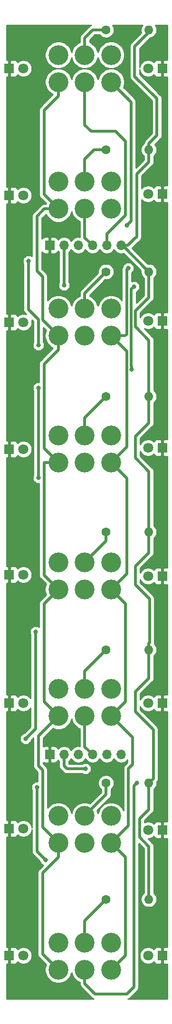
<source format=gbr>
G04 #@! TF.GenerationSoftware,KiCad,Pcbnew,(5.1.5)-3*
G04 #@! TF.CreationDate,2020-05-19T17:08:50-07:00*
G04 #@! TF.ProjectId,SM2REV1,534d3252-4556-4312-9e6b-696361645f70,rev?*
G04 #@! TF.SameCoordinates,Original*
G04 #@! TF.FileFunction,Copper,L2,Bot*
G04 #@! TF.FilePolarity,Positive*
%FSLAX46Y46*%
G04 Gerber Fmt 4.6, Leading zero omitted, Abs format (unit mm)*
G04 Created by KiCad (PCBNEW (5.1.5)-3) date 2020-05-19 17:08:50*
%MOMM*%
%LPD*%
G04 APERTURE LIST*
%ADD10O,1.700000X1.700000*%
%ADD11R,1.700000X1.700000*%
%ADD12C,1.800000*%
%ADD13R,1.800000X1.800000*%
%ADD14C,1.600000*%
%ADD15O,1.600000X1.600000*%
%ADD16C,3.524001*%
%ADD17C,0.800000*%
%ADD18C,0.500000*%
%ADD19C,0.254000*%
G04 APERTURE END LIST*
D10*
X139954000Y-148590000D03*
X137414000Y-148590000D03*
X134874000Y-148590000D03*
X132334000Y-148590000D03*
X129794000Y-148590000D03*
D11*
X127254000Y-148590000D03*
D10*
X139954000Y-57912000D03*
X137414000Y-57912000D03*
X134874000Y-57912000D03*
X132334000Y-57912000D03*
X129794000Y-57912000D03*
D11*
X127254000Y-57912000D03*
D12*
X122555000Y-26416000D03*
D13*
X120015000Y-26416000D03*
X147320000Y-26416000D03*
D12*
X144780000Y-26416000D03*
D13*
X120015000Y-49022000D03*
D12*
X122555000Y-49022000D03*
X144780000Y-48768000D03*
D13*
X147320000Y-48768000D03*
D12*
X122555000Y-71628000D03*
D13*
X120015000Y-71628000D03*
X147320000Y-71374000D03*
D12*
X144780000Y-71374000D03*
D13*
X120015000Y-94234000D03*
D12*
X122555000Y-94234000D03*
X144780000Y-93980000D03*
D13*
X147320000Y-93980000D03*
D12*
X122555000Y-116586000D03*
D13*
X120015000Y-116586000D03*
X147320000Y-116840000D03*
D12*
X144780000Y-116840000D03*
D13*
X120015000Y-139446000D03*
D12*
X122555000Y-139446000D03*
X144780000Y-139446000D03*
D13*
X147320000Y-139446000D03*
D12*
X122555000Y-161798000D03*
D13*
X120015000Y-161798000D03*
X147320000Y-162052000D03*
D12*
X144780000Y-162052000D03*
D13*
X120015000Y-184404000D03*
D12*
X122555000Y-184404000D03*
X144780000Y-184404000D03*
D13*
X147320000Y-184404000D03*
D14*
X137287000Y-19558000D03*
D15*
X144907000Y-19558000D03*
X144907000Y-40894000D03*
D14*
X137287000Y-40894000D03*
X137287000Y-62611000D03*
D15*
X144907000Y-62611000D03*
X144907000Y-84836000D03*
D14*
X137287000Y-84836000D03*
X137287000Y-108966000D03*
D15*
X144907000Y-108966000D03*
X144907000Y-129921000D03*
D14*
X137287000Y-129921000D03*
X137287000Y-153670000D03*
D15*
X144907000Y-153670000D03*
X144907000Y-174371000D03*
D14*
X137287000Y-174371000D03*
D16*
X128778000Y-28829000D03*
X128778000Y-24003000D03*
X133477000Y-28829000D03*
X133477000Y-24003000D03*
X138176000Y-24003000D03*
X138176000Y-28829000D03*
X138176000Y-51416857D03*
X138176000Y-46590857D03*
X133477000Y-46590857D03*
X133477000Y-51416857D03*
X128778000Y-46590857D03*
X128778000Y-51416857D03*
X128778000Y-74004714D03*
X128778000Y-69178714D03*
X133477000Y-74004714D03*
X133477000Y-69178714D03*
X138176000Y-69178714D03*
X138176000Y-74004714D03*
X138176000Y-96592571D03*
X138176000Y-91766571D03*
X133477000Y-91766571D03*
X133477000Y-96592571D03*
X128778000Y-91766571D03*
X128778000Y-96592571D03*
X128778000Y-119180428D03*
X128778000Y-114354428D03*
X133477000Y-119180428D03*
X133477000Y-114354428D03*
X138176000Y-114354428D03*
X138176000Y-119180428D03*
X138176000Y-141768285D03*
X138176000Y-136942285D03*
X133477000Y-136942285D03*
X133477000Y-141768285D03*
X128778000Y-136942285D03*
X128778000Y-141768285D03*
X128778000Y-164356142D03*
X128778000Y-159530142D03*
X133477000Y-164356142D03*
X133477000Y-159530142D03*
X138176000Y-159530142D03*
X138176000Y-164356142D03*
X138176000Y-186944000D03*
X138176000Y-182118000D03*
X133477000Y-182118000D03*
X133477000Y-186944000D03*
X128778000Y-182118000D03*
X128778000Y-186944000D03*
D17*
X141224000Y-61976000D03*
X140970000Y-54356000D03*
X125222000Y-75692000D03*
X123444000Y-60706000D03*
X125222000Y-99314000D03*
X125222000Y-83312000D03*
X141820000Y-80010000D03*
X142240000Y-65278000D03*
X129794000Y-65024000D03*
X124714000Y-126746000D03*
X122936000Y-145796000D03*
X126492000Y-167386000D03*
X124968000Y-154432000D03*
X142748000Y-153670000D03*
X133604000Y-151130000D03*
D18*
X133477000Y-20955000D02*
X133477000Y-24003000D01*
X134874000Y-19558000D02*
X133477000Y-20955000D01*
X134874000Y-19558000D02*
X137668000Y-19558000D01*
X133477000Y-42545000D02*
X135128000Y-40894000D01*
X133477000Y-46590857D02*
X133477000Y-42545000D01*
X135128000Y-40894000D02*
X137287000Y-40894000D01*
X133477000Y-66421000D02*
X137287000Y-62611000D01*
X133477000Y-69178714D02*
X133477000Y-66421000D01*
X133477000Y-88646000D02*
X137287000Y-84836000D01*
X133477000Y-91766571D02*
X133477000Y-88646000D01*
X137287000Y-110544428D02*
X137287000Y-108966000D01*
X133477000Y-114354428D02*
X137287000Y-110544428D01*
X133477000Y-133731000D02*
X137287000Y-129921000D01*
X133477000Y-136942285D02*
X133477000Y-133731000D01*
X137287000Y-155720142D02*
X137287000Y-153670000D01*
X133477000Y-159530142D02*
X137287000Y-155720142D01*
X133477000Y-182118000D02*
X133477000Y-178181000D01*
X133477000Y-178181000D02*
X137287000Y-174371000D01*
X128778000Y-31320844D02*
X126238000Y-33860844D01*
X128778000Y-28829000D02*
X128778000Y-31320844D01*
X126238000Y-48876857D02*
X128778000Y-51416857D01*
X126238000Y-33860844D02*
X126238000Y-48876857D01*
X126286156Y-51416857D02*
X124968000Y-52735013D01*
X128778000Y-51416857D02*
X126286156Y-51416857D01*
X124968000Y-52735013D02*
X124968000Y-62484000D01*
X124968000Y-62484000D02*
X125984000Y-63500000D01*
X125984000Y-71210714D02*
X128778000Y-74004714D01*
X125984000Y-63500000D02*
X125984000Y-71210714D01*
X128778000Y-76496558D02*
X126238000Y-79036558D01*
X128778000Y-74004714D02*
X128778000Y-76496558D01*
X126238000Y-94052571D02*
X128778000Y-96592571D01*
X126238000Y-79036558D02*
X126238000Y-94052571D01*
X126286156Y-96592571D02*
X126238000Y-96640727D01*
X128778000Y-96592571D02*
X126286156Y-96592571D01*
X126238000Y-116640428D02*
X128778000Y-119180428D01*
X126238000Y-96640727D02*
X126238000Y-116640428D01*
X128778000Y-119180428D02*
X126238000Y-121720428D01*
X126238000Y-139228285D02*
X128778000Y-141768285D01*
X126238000Y-121720428D02*
X126238000Y-139228285D01*
X128778000Y-141768285D02*
X125222000Y-145324285D01*
X125222000Y-145324285D02*
X125222000Y-150622000D01*
X125222000Y-150622000D02*
X125984000Y-151384000D01*
X125984000Y-161562142D02*
X128778000Y-164356142D01*
X125984000Y-151384000D02*
X125984000Y-161562142D01*
X128778000Y-166847986D02*
X125984000Y-169641986D01*
X128778000Y-164356142D02*
X128778000Y-166847986D01*
X125984000Y-184150000D02*
X128778000Y-186944000D01*
X125984000Y-169641986D02*
X125984000Y-184150000D01*
X138176000Y-186944000D02*
X140716000Y-184404000D01*
X140716000Y-166896142D02*
X138176000Y-164356142D01*
X140716000Y-184404000D02*
X140716000Y-166896142D01*
X141986000Y-145578285D02*
X138176000Y-141768285D01*
X141986000Y-150368000D02*
X141986000Y-145578285D01*
X141254001Y-151099999D02*
X141986000Y-150368000D01*
X138176000Y-164356142D02*
X141254001Y-161278141D01*
X141254001Y-161278141D02*
X141254001Y-151099999D01*
X140716000Y-121720428D02*
X138176000Y-119180428D01*
X138176000Y-141768285D02*
X140716000Y-139228285D01*
X140716000Y-139228285D02*
X140716000Y-121720428D01*
X138176000Y-119180428D02*
X140970000Y-116386428D01*
X140970000Y-99386571D02*
X138176000Y-96592571D01*
X140970000Y-116386428D02*
X140970000Y-99386571D01*
X140970000Y-76798714D02*
X138176000Y-74004714D01*
X138176000Y-96592571D02*
X140970000Y-93798571D01*
X140970000Y-93798571D02*
X140970000Y-76798714D01*
X140667844Y-74004714D02*
X140970000Y-73702558D01*
X138176000Y-74004714D02*
X140667844Y-74004714D01*
X140970000Y-73702558D02*
X140970000Y-62230000D01*
X140970000Y-62230000D02*
X141224000Y-61976000D01*
X140970000Y-31623000D02*
X138176000Y-28829000D01*
X141732000Y-32385000D02*
X140970000Y-31623000D01*
X140970000Y-54356000D02*
X141732000Y-53594000D01*
X141732000Y-53594000D02*
X141732000Y-32385000D01*
X144907000Y-174371000D02*
X144907000Y-173239630D01*
X144907000Y-112649000D02*
X144907000Y-108966000D01*
X142494000Y-115062000D02*
X144907000Y-112649000D01*
X144907000Y-128789630D02*
X145034000Y-128662630D01*
X144907000Y-129921000D02*
X144907000Y-128789630D01*
X145034000Y-120904000D02*
X142494000Y-118364000D01*
X145034000Y-128662630D02*
X145034000Y-120904000D01*
X142494000Y-118364000D02*
X142494000Y-115062000D01*
X144907000Y-108966000D02*
X144907000Y-98171000D01*
X144907000Y-98171000D02*
X142494000Y-95758000D01*
X142494000Y-95758000D02*
X142494000Y-91948000D01*
X144907000Y-89535000D02*
X144907000Y-84836000D01*
X142494000Y-91948000D02*
X144907000Y-89535000D01*
X144907000Y-67183000D02*
X144907000Y-62611000D01*
X142494000Y-72390000D02*
X142494000Y-69596000D01*
X144907000Y-84836000D02*
X144907000Y-74803000D01*
X142494000Y-69596000D02*
X144907000Y-67183000D01*
X144907000Y-74803000D02*
X142494000Y-72390000D01*
X140208000Y-57912000D02*
X139954000Y-57912000D01*
X144907000Y-62611000D02*
X140208000Y-57912000D01*
X141156081Y-57912000D02*
X142494000Y-56574081D01*
X139954000Y-57912000D02*
X141156081Y-57912000D01*
X142748000Y-28194000D02*
X142367000Y-27813000D01*
X142367000Y-27813000D02*
X142367000Y-23495000D01*
X142494000Y-56574081D02*
X142561919Y-56574081D01*
X142748000Y-56388000D02*
X142748000Y-45212000D01*
X142561919Y-56574081D02*
X142748000Y-56388000D01*
X142748000Y-46228000D02*
X142748000Y-45212000D01*
X142367000Y-22479000D02*
X145288000Y-19558000D01*
X142367000Y-23495000D02*
X142367000Y-22479000D01*
X146341999Y-31787999D02*
X142367000Y-27813000D01*
X144907000Y-43053000D02*
X144907000Y-40894000D01*
X142748000Y-45212000D02*
X144907000Y-43053000D01*
X146341999Y-38327631D02*
X146341999Y-31787999D01*
X144907000Y-39762630D02*
X146341999Y-38327631D01*
X144907000Y-40894000D02*
X144907000Y-39762630D01*
X144907000Y-158369000D02*
X144907000Y-153670000D01*
X143256000Y-160020000D02*
X144907000Y-158369000D01*
X143256000Y-163322000D02*
X143256000Y-160020000D01*
X144907000Y-174371000D02*
X144907000Y-164973000D01*
X144907000Y-164973000D02*
X143256000Y-163322000D01*
X144907000Y-153670000D02*
X145706999Y-152870001D01*
X144907000Y-135001000D02*
X144907000Y-129921000D01*
X145706999Y-144182999D02*
X142494000Y-140970000D01*
X145706999Y-152870001D02*
X145706999Y-144182999D01*
X142494000Y-140970000D02*
X142494000Y-137414000D01*
X142494000Y-137414000D02*
X144907000Y-135001000D01*
X133477000Y-36449000D02*
X133477000Y-28829000D01*
X134620000Y-37592000D02*
X133477000Y-36449000D01*
X137414000Y-55880000D02*
X140716000Y-52578000D01*
X137414000Y-57912000D02*
X137414000Y-55880000D01*
X140716000Y-52578000D02*
X140716000Y-39370000D01*
X140716000Y-39370000D02*
X138938000Y-37592000D01*
X138938000Y-37592000D02*
X134620000Y-37592000D01*
X133477000Y-56515000D02*
X134874000Y-57912000D01*
X133477000Y-51416857D02*
X133477000Y-56515000D01*
X125222000Y-75692000D02*
X125222000Y-71120000D01*
X125222000Y-71120000D02*
X124968000Y-70866000D01*
X124968000Y-70866000D02*
X123444000Y-69342000D01*
X123444000Y-69342000D02*
X123444000Y-60706000D01*
X125222000Y-99314000D02*
X125222000Y-83312000D01*
X141793990Y-65724010D02*
X142240000Y-65278000D01*
X141793990Y-79418305D02*
X141793990Y-65724010D01*
X141820000Y-80010000D02*
X141820000Y-79444315D01*
X141820000Y-79444315D02*
X141793990Y-79418305D01*
X129794000Y-65024000D02*
X129794000Y-57912000D01*
X124714000Y-126746000D02*
X124714000Y-144018000D01*
X124714000Y-144018000D02*
X122936000Y-145796000D01*
X133477000Y-147193000D02*
X134874000Y-148590000D01*
X133477000Y-141768285D02*
X133477000Y-147193000D01*
X126492000Y-167386000D02*
X124968000Y-165862000D01*
X124968000Y-165862000D02*
X124968000Y-154432000D01*
X133477000Y-189435844D02*
X135303156Y-191262000D01*
X133477000Y-186944000D02*
X133477000Y-189435844D01*
X135303156Y-191262000D02*
X140716000Y-191262000D01*
X140716000Y-191262000D02*
X140970000Y-191262000D01*
X140970000Y-191262000D02*
X142240000Y-189992000D01*
X142240000Y-189992000D02*
X142240000Y-161290000D01*
X142240000Y-161290000D02*
X142240000Y-154178000D01*
X142240000Y-154178000D02*
X142748000Y-153670000D01*
X133604000Y-151130000D02*
X130302000Y-151130000D01*
X129794000Y-150622000D02*
X129794000Y-148590000D01*
X130302000Y-151130000D02*
X129794000Y-150622000D01*
D19*
G36*
X148162000Y-24878218D02*
G01*
X147605750Y-24881000D01*
X147447000Y-25039750D01*
X147447000Y-26289000D01*
X147467000Y-26289000D01*
X147467000Y-26543000D01*
X147447000Y-26543000D01*
X147447000Y-27792250D01*
X147605750Y-27951000D01*
X148162000Y-27953782D01*
X148162000Y-47230218D01*
X147605750Y-47233000D01*
X147447000Y-47391750D01*
X147447000Y-48641000D01*
X147467000Y-48641000D01*
X147467000Y-48895000D01*
X147447000Y-48895000D01*
X147447000Y-50144250D01*
X147605750Y-50303000D01*
X148162000Y-50305782D01*
X148162000Y-69836218D01*
X147605750Y-69839000D01*
X147447000Y-69997750D01*
X147447000Y-71247000D01*
X147467000Y-71247000D01*
X147467000Y-71501000D01*
X147447000Y-71501000D01*
X147447000Y-72750250D01*
X147605750Y-72909000D01*
X148162000Y-72911782D01*
X148162000Y-92442218D01*
X147605750Y-92445000D01*
X147447000Y-92603750D01*
X147447000Y-93853000D01*
X147467000Y-93853000D01*
X147467000Y-94107000D01*
X147447000Y-94107000D01*
X147447000Y-95356250D01*
X147605750Y-95515000D01*
X148162000Y-95517782D01*
X148162001Y-115302218D01*
X147605750Y-115305000D01*
X147447000Y-115463750D01*
X147447000Y-116713000D01*
X147467000Y-116713000D01*
X147467000Y-116967000D01*
X147447000Y-116967000D01*
X147447000Y-118216250D01*
X147605750Y-118375000D01*
X148162001Y-118377782D01*
X148162001Y-137908218D01*
X147605750Y-137911000D01*
X147447000Y-138069750D01*
X147447000Y-139319000D01*
X147467000Y-139319000D01*
X147467000Y-139573000D01*
X147447000Y-139573000D01*
X147447000Y-140822250D01*
X147605750Y-140981000D01*
X148162001Y-140983782D01*
X148162001Y-160514218D01*
X147605750Y-160517000D01*
X147447000Y-160675750D01*
X147447000Y-161925000D01*
X147467000Y-161925000D01*
X147467000Y-162179000D01*
X147447000Y-162179000D01*
X147447000Y-163428250D01*
X147605750Y-163587000D01*
X148162001Y-163589782D01*
X148162001Y-182866218D01*
X147605750Y-182869000D01*
X147447000Y-183027750D01*
X147447000Y-184277000D01*
X147467000Y-184277000D01*
X147467000Y-184531000D01*
X147447000Y-184531000D01*
X147447000Y-185780250D01*
X147605750Y-185939000D01*
X148162001Y-185941782D01*
X148162001Y-192126000D01*
X141170505Y-192126000D01*
X141310313Y-192083589D01*
X141464059Y-192001411D01*
X141598817Y-191890817D01*
X141626534Y-191857044D01*
X142835050Y-190648529D01*
X142868817Y-190620817D01*
X142979411Y-190486059D01*
X143061589Y-190332313D01*
X143112195Y-190165490D01*
X143125000Y-190035477D01*
X143125000Y-190035467D01*
X143129281Y-189992001D01*
X143125000Y-189948535D01*
X143125000Y-184252816D01*
X143245000Y-184252816D01*
X143245000Y-184555184D01*
X143303989Y-184851743D01*
X143419701Y-185131095D01*
X143587688Y-185382505D01*
X143801495Y-185596312D01*
X144052905Y-185764299D01*
X144332257Y-185880011D01*
X144628816Y-185939000D01*
X144931184Y-185939000D01*
X145227743Y-185880011D01*
X145507095Y-185764299D01*
X145758505Y-185596312D01*
X145824944Y-185529873D01*
X145830498Y-185548180D01*
X145889463Y-185658494D01*
X145968815Y-185755185D01*
X146065506Y-185834537D01*
X146175820Y-185893502D01*
X146295518Y-185929812D01*
X146420000Y-185942072D01*
X147034250Y-185939000D01*
X147193000Y-185780250D01*
X147193000Y-184531000D01*
X147173000Y-184531000D01*
X147173000Y-184277000D01*
X147193000Y-184277000D01*
X147193000Y-183027750D01*
X147034250Y-182869000D01*
X146420000Y-182865928D01*
X146295518Y-182878188D01*
X146175820Y-182914498D01*
X146065506Y-182973463D01*
X145968815Y-183052815D01*
X145889463Y-183149506D01*
X145830498Y-183259820D01*
X145824944Y-183278127D01*
X145758505Y-183211688D01*
X145507095Y-183043701D01*
X145227743Y-182927989D01*
X144931184Y-182869000D01*
X144628816Y-182869000D01*
X144332257Y-182927989D01*
X144052905Y-183043701D01*
X143801495Y-183211688D01*
X143587688Y-183425495D01*
X143419701Y-183676905D01*
X143303989Y-183956257D01*
X143245000Y-184252816D01*
X143125000Y-184252816D01*
X143125000Y-164442578D01*
X144022001Y-165339580D01*
X144022000Y-173236479D01*
X143992241Y-173256363D01*
X143792363Y-173456241D01*
X143635320Y-173691273D01*
X143527147Y-173952426D01*
X143472000Y-174229665D01*
X143472000Y-174512335D01*
X143527147Y-174789574D01*
X143635320Y-175050727D01*
X143792363Y-175285759D01*
X143992241Y-175485637D01*
X144227273Y-175642680D01*
X144488426Y-175750853D01*
X144765665Y-175806000D01*
X145048335Y-175806000D01*
X145325574Y-175750853D01*
X145586727Y-175642680D01*
X145821759Y-175485637D01*
X146021637Y-175285759D01*
X146178680Y-175050727D01*
X146286853Y-174789574D01*
X146342000Y-174512335D01*
X146342000Y-174229665D01*
X146286853Y-173952426D01*
X146178680Y-173691273D01*
X146021637Y-173456241D01*
X145821759Y-173256363D01*
X145792000Y-173236479D01*
X145792000Y-165016469D01*
X145796281Y-164973000D01*
X145792000Y-164929531D01*
X145792000Y-164929523D01*
X145779195Y-164799510D01*
X145728589Y-164632687D01*
X145728589Y-164632686D01*
X145646411Y-164478941D01*
X145563532Y-164377953D01*
X145563530Y-164377951D01*
X145535817Y-164344183D01*
X145502049Y-164316470D01*
X144772579Y-163587000D01*
X144931184Y-163587000D01*
X145227743Y-163528011D01*
X145507095Y-163412299D01*
X145758505Y-163244312D01*
X145824944Y-163177873D01*
X145830498Y-163196180D01*
X145889463Y-163306494D01*
X145968815Y-163403185D01*
X146065506Y-163482537D01*
X146175820Y-163541502D01*
X146295518Y-163577812D01*
X146420000Y-163590072D01*
X147034250Y-163587000D01*
X147193000Y-163428250D01*
X147193000Y-162179000D01*
X147173000Y-162179000D01*
X147173000Y-161925000D01*
X147193000Y-161925000D01*
X147193000Y-160675750D01*
X147034250Y-160517000D01*
X146420000Y-160513928D01*
X146295518Y-160526188D01*
X146175820Y-160562498D01*
X146065506Y-160621463D01*
X145968815Y-160700815D01*
X145889463Y-160797506D01*
X145830498Y-160907820D01*
X145824944Y-160926127D01*
X145758505Y-160859688D01*
X145507095Y-160691701D01*
X145227743Y-160575989D01*
X144931184Y-160517000D01*
X144628816Y-160517000D01*
X144332257Y-160575989D01*
X144141000Y-160655211D01*
X144141000Y-160386578D01*
X145502050Y-159025529D01*
X145535817Y-158997817D01*
X145587292Y-158935096D01*
X145646411Y-158863059D01*
X145728589Y-158709314D01*
X145779195Y-158542490D01*
X145779195Y-158542489D01*
X145792000Y-158412477D01*
X145792000Y-158412469D01*
X145796281Y-158369000D01*
X145792000Y-158325531D01*
X145792000Y-154804521D01*
X145821759Y-154784637D01*
X146021637Y-154584759D01*
X146178680Y-154349727D01*
X146286853Y-154088574D01*
X146342000Y-153811335D01*
X146342000Y-153528665D01*
X146336015Y-153498576D01*
X146446410Y-153364060D01*
X146528588Y-153210314D01*
X146579194Y-153043491D01*
X146591999Y-152913478D01*
X146591999Y-152913468D01*
X146596280Y-152870002D01*
X146591999Y-152826536D01*
X146591999Y-144226468D01*
X146596280Y-144182999D01*
X146591999Y-144139530D01*
X146591999Y-144139522D01*
X146579194Y-144009509D01*
X146528588Y-143842686D01*
X146446410Y-143688940D01*
X146335816Y-143554182D01*
X146302048Y-143526469D01*
X143379000Y-140603422D01*
X143379000Y-140074835D01*
X143419701Y-140173095D01*
X143587688Y-140424505D01*
X143801495Y-140638312D01*
X144052905Y-140806299D01*
X144332257Y-140922011D01*
X144628816Y-140981000D01*
X144931184Y-140981000D01*
X145227743Y-140922011D01*
X145507095Y-140806299D01*
X145758505Y-140638312D01*
X145824944Y-140571873D01*
X145830498Y-140590180D01*
X145889463Y-140700494D01*
X145968815Y-140797185D01*
X146065506Y-140876537D01*
X146175820Y-140935502D01*
X146295518Y-140971812D01*
X146420000Y-140984072D01*
X147034250Y-140981000D01*
X147193000Y-140822250D01*
X147193000Y-139573000D01*
X147173000Y-139573000D01*
X147173000Y-139319000D01*
X147193000Y-139319000D01*
X147193000Y-138069750D01*
X147034250Y-137911000D01*
X146420000Y-137907928D01*
X146295518Y-137920188D01*
X146175820Y-137956498D01*
X146065506Y-138015463D01*
X145968815Y-138094815D01*
X145889463Y-138191506D01*
X145830498Y-138301820D01*
X145824944Y-138320127D01*
X145758505Y-138253688D01*
X145507095Y-138085701D01*
X145227743Y-137969989D01*
X144931184Y-137911000D01*
X144628816Y-137911000D01*
X144332257Y-137969989D01*
X144052905Y-138085701D01*
X143801495Y-138253688D01*
X143587688Y-138467495D01*
X143419701Y-138718905D01*
X143379000Y-138817165D01*
X143379000Y-137780578D01*
X145502050Y-135657529D01*
X145535817Y-135629817D01*
X145646411Y-135495059D01*
X145728589Y-135341313D01*
X145779195Y-135174490D01*
X145792000Y-135044477D01*
X145792000Y-135044467D01*
X145796281Y-135001001D01*
X145792000Y-134957535D01*
X145792000Y-131055521D01*
X145821759Y-131035637D01*
X146021637Y-130835759D01*
X146178680Y-130600727D01*
X146286853Y-130339574D01*
X146342000Y-130062335D01*
X146342000Y-129779665D01*
X146286853Y-129502426D01*
X146178680Y-129241273D01*
X146021637Y-129006241D01*
X145893469Y-128878073D01*
X145906195Y-128836120D01*
X145919000Y-128706107D01*
X145919000Y-128706097D01*
X145923281Y-128662631D01*
X145919000Y-128619165D01*
X145919000Y-120947465D01*
X145923281Y-120903999D01*
X145919000Y-120860533D01*
X145919000Y-120860523D01*
X145906195Y-120730510D01*
X145855589Y-120563687D01*
X145773411Y-120409941D01*
X145662817Y-120275183D01*
X145629049Y-120247470D01*
X143379000Y-117997422D01*
X143379000Y-117468835D01*
X143419701Y-117567095D01*
X143587688Y-117818505D01*
X143801495Y-118032312D01*
X144052905Y-118200299D01*
X144332257Y-118316011D01*
X144628816Y-118375000D01*
X144931184Y-118375000D01*
X145227743Y-118316011D01*
X145507095Y-118200299D01*
X145758505Y-118032312D01*
X145824944Y-117965873D01*
X145830498Y-117984180D01*
X145889463Y-118094494D01*
X145968815Y-118191185D01*
X146065506Y-118270537D01*
X146175820Y-118329502D01*
X146295518Y-118365812D01*
X146420000Y-118378072D01*
X147034250Y-118375000D01*
X147193000Y-118216250D01*
X147193000Y-116967000D01*
X147173000Y-116967000D01*
X147173000Y-116713000D01*
X147193000Y-116713000D01*
X147193000Y-115463750D01*
X147034250Y-115305000D01*
X146420000Y-115301928D01*
X146295518Y-115314188D01*
X146175820Y-115350498D01*
X146065506Y-115409463D01*
X145968815Y-115488815D01*
X145889463Y-115585506D01*
X145830498Y-115695820D01*
X145824944Y-115714127D01*
X145758505Y-115647688D01*
X145507095Y-115479701D01*
X145227743Y-115363989D01*
X144931184Y-115305000D01*
X144628816Y-115305000D01*
X144332257Y-115363989D01*
X144052905Y-115479701D01*
X143801495Y-115647688D01*
X143587688Y-115861495D01*
X143419701Y-116112905D01*
X143379000Y-116211165D01*
X143379000Y-115428578D01*
X145502050Y-113305529D01*
X145535817Y-113277817D01*
X145584069Y-113219023D01*
X145646410Y-113143060D01*
X145646411Y-113143059D01*
X145728589Y-112989313D01*
X145779195Y-112822490D01*
X145792000Y-112692477D01*
X145792000Y-112692467D01*
X145796281Y-112649001D01*
X145792000Y-112605535D01*
X145792000Y-110100521D01*
X145821759Y-110080637D01*
X146021637Y-109880759D01*
X146178680Y-109645727D01*
X146286853Y-109384574D01*
X146342000Y-109107335D01*
X146342000Y-108824665D01*
X146286853Y-108547426D01*
X146178680Y-108286273D01*
X146021637Y-108051241D01*
X145821759Y-107851363D01*
X145792000Y-107831479D01*
X145792000Y-98214465D01*
X145796281Y-98170999D01*
X145792000Y-98127533D01*
X145792000Y-98127523D01*
X145779195Y-97997510D01*
X145728589Y-97830687D01*
X145646411Y-97676941D01*
X145535817Y-97542183D01*
X145502049Y-97514470D01*
X143379000Y-95391422D01*
X143379000Y-94608835D01*
X143419701Y-94707095D01*
X143587688Y-94958505D01*
X143801495Y-95172312D01*
X144052905Y-95340299D01*
X144332257Y-95456011D01*
X144628816Y-95515000D01*
X144931184Y-95515000D01*
X145227743Y-95456011D01*
X145507095Y-95340299D01*
X145758505Y-95172312D01*
X145824944Y-95105873D01*
X145830498Y-95124180D01*
X145889463Y-95234494D01*
X145968815Y-95331185D01*
X146065506Y-95410537D01*
X146175820Y-95469502D01*
X146295518Y-95505812D01*
X146420000Y-95518072D01*
X147034250Y-95515000D01*
X147193000Y-95356250D01*
X147193000Y-94107000D01*
X147173000Y-94107000D01*
X147173000Y-93853000D01*
X147193000Y-93853000D01*
X147193000Y-92603750D01*
X147034250Y-92445000D01*
X146420000Y-92441928D01*
X146295518Y-92454188D01*
X146175820Y-92490498D01*
X146065506Y-92549463D01*
X145968815Y-92628815D01*
X145889463Y-92725506D01*
X145830498Y-92835820D01*
X145824944Y-92854127D01*
X145758505Y-92787688D01*
X145507095Y-92619701D01*
X145227743Y-92503989D01*
X144931184Y-92445000D01*
X144628816Y-92445000D01*
X144332257Y-92503989D01*
X144052905Y-92619701D01*
X143801495Y-92787688D01*
X143587688Y-93001495D01*
X143419701Y-93252905D01*
X143379000Y-93351165D01*
X143379000Y-92314578D01*
X145502050Y-90191529D01*
X145535817Y-90163817D01*
X145646411Y-90029059D01*
X145728589Y-89875313D01*
X145779195Y-89708490D01*
X145792000Y-89578477D01*
X145792000Y-89578467D01*
X145796281Y-89535001D01*
X145792000Y-89491535D01*
X145792000Y-85970521D01*
X145821759Y-85950637D01*
X146021637Y-85750759D01*
X146178680Y-85515727D01*
X146286853Y-85254574D01*
X146342000Y-84977335D01*
X146342000Y-84694665D01*
X146286853Y-84417426D01*
X146178680Y-84156273D01*
X146021637Y-83921241D01*
X145821759Y-83721363D01*
X145792000Y-83701479D01*
X145792000Y-74846465D01*
X145796281Y-74802999D01*
X145792000Y-74759533D01*
X145792000Y-74759523D01*
X145779195Y-74629510D01*
X145728589Y-74462687D01*
X145646411Y-74308941D01*
X145535817Y-74174183D01*
X145502049Y-74146470D01*
X144116021Y-72760443D01*
X144332257Y-72850011D01*
X144628816Y-72909000D01*
X144931184Y-72909000D01*
X145227743Y-72850011D01*
X145507095Y-72734299D01*
X145758505Y-72566312D01*
X145824944Y-72499873D01*
X145830498Y-72518180D01*
X145889463Y-72628494D01*
X145968815Y-72725185D01*
X146065506Y-72804537D01*
X146175820Y-72863502D01*
X146295518Y-72899812D01*
X146420000Y-72912072D01*
X147034250Y-72909000D01*
X147193000Y-72750250D01*
X147193000Y-71501000D01*
X147173000Y-71501000D01*
X147173000Y-71247000D01*
X147193000Y-71247000D01*
X147193000Y-69997750D01*
X147034250Y-69839000D01*
X146420000Y-69835928D01*
X146295518Y-69848188D01*
X146175820Y-69884498D01*
X146065506Y-69943463D01*
X145968815Y-70022815D01*
X145889463Y-70119506D01*
X145830498Y-70229820D01*
X145824944Y-70248127D01*
X145758505Y-70181688D01*
X145507095Y-70013701D01*
X145227743Y-69897989D01*
X144931184Y-69839000D01*
X144628816Y-69839000D01*
X144332257Y-69897989D01*
X144052905Y-70013701D01*
X143801495Y-70181688D01*
X143587688Y-70395495D01*
X143419701Y-70646905D01*
X143379000Y-70745165D01*
X143379000Y-69962578D01*
X145502050Y-67839529D01*
X145535817Y-67811817D01*
X145646411Y-67677059D01*
X145728589Y-67523313D01*
X145779195Y-67356490D01*
X145792000Y-67226477D01*
X145792000Y-67226467D01*
X145796281Y-67183001D01*
X145792000Y-67139535D01*
X145792000Y-63745521D01*
X145821759Y-63725637D01*
X146021637Y-63525759D01*
X146178680Y-63290727D01*
X146286853Y-63029574D01*
X146342000Y-62752335D01*
X146342000Y-62469665D01*
X146286853Y-62192426D01*
X146178680Y-61931273D01*
X146021637Y-61696241D01*
X145821759Y-61496363D01*
X145586727Y-61339320D01*
X145325574Y-61231147D01*
X145048335Y-61176000D01*
X144765665Y-61176000D01*
X144730561Y-61182983D01*
X141933619Y-58386040D01*
X142948973Y-57370687D01*
X143055978Y-57313492D01*
X143190736Y-57202898D01*
X143218453Y-57169125D01*
X143343045Y-57044533D01*
X143376817Y-57016817D01*
X143487411Y-56882059D01*
X143569589Y-56728313D01*
X143620195Y-56561490D01*
X143633000Y-56431477D01*
X143633000Y-56431467D01*
X143637281Y-56388001D01*
X143633000Y-56344535D01*
X143633000Y-49791817D01*
X143801495Y-49960312D01*
X144052905Y-50128299D01*
X144332257Y-50244011D01*
X144628816Y-50303000D01*
X144931184Y-50303000D01*
X145227743Y-50244011D01*
X145507095Y-50128299D01*
X145758505Y-49960312D01*
X145824944Y-49893873D01*
X145830498Y-49912180D01*
X145889463Y-50022494D01*
X145968815Y-50119185D01*
X146065506Y-50198537D01*
X146175820Y-50257502D01*
X146295518Y-50293812D01*
X146420000Y-50306072D01*
X147034250Y-50303000D01*
X147193000Y-50144250D01*
X147193000Y-48895000D01*
X147173000Y-48895000D01*
X147173000Y-48641000D01*
X147193000Y-48641000D01*
X147193000Y-47391750D01*
X147034250Y-47233000D01*
X146420000Y-47229928D01*
X146295518Y-47242188D01*
X146175820Y-47278498D01*
X146065506Y-47337463D01*
X145968815Y-47416815D01*
X145889463Y-47513506D01*
X145830498Y-47623820D01*
X145824944Y-47642127D01*
X145758505Y-47575688D01*
X145507095Y-47407701D01*
X145227743Y-47291989D01*
X144931184Y-47233000D01*
X144628816Y-47233000D01*
X144332257Y-47291989D01*
X144052905Y-47407701D01*
X143801495Y-47575688D01*
X143633000Y-47744183D01*
X143633000Y-45578578D01*
X145502050Y-43709529D01*
X145535817Y-43681817D01*
X145646411Y-43547059D01*
X145728589Y-43393313D01*
X145779195Y-43226490D01*
X145792000Y-43096477D01*
X145792000Y-43096467D01*
X145796281Y-43053001D01*
X145792000Y-43009534D01*
X145792000Y-42028521D01*
X145821759Y-42008637D01*
X146021637Y-41808759D01*
X146178680Y-41573727D01*
X146286853Y-41312574D01*
X146342000Y-41035335D01*
X146342000Y-40752665D01*
X146286853Y-40475426D01*
X146178680Y-40214273D01*
X146021637Y-39979241D01*
X145981802Y-39939406D01*
X146937049Y-38984160D01*
X146970816Y-38956448D01*
X147081410Y-38821690D01*
X147163588Y-38667944D01*
X147214194Y-38501121D01*
X147226999Y-38371108D01*
X147226999Y-38371098D01*
X147231280Y-38327632D01*
X147226999Y-38284165D01*
X147226999Y-31831464D01*
X147231280Y-31787998D01*
X147226999Y-31744532D01*
X147226999Y-31744522D01*
X147214194Y-31614509D01*
X147163588Y-31447686D01*
X147081410Y-31293940D01*
X146970816Y-31159182D01*
X146937048Y-31131469D01*
X143252000Y-27446422D01*
X143252000Y-26602376D01*
X143303989Y-26863743D01*
X143419701Y-27143095D01*
X143587688Y-27394505D01*
X143801495Y-27608312D01*
X144052905Y-27776299D01*
X144332257Y-27892011D01*
X144628816Y-27951000D01*
X144931184Y-27951000D01*
X145227743Y-27892011D01*
X145507095Y-27776299D01*
X145758505Y-27608312D01*
X145824944Y-27541873D01*
X145830498Y-27560180D01*
X145889463Y-27670494D01*
X145968815Y-27767185D01*
X146065506Y-27846537D01*
X146175820Y-27905502D01*
X146295518Y-27941812D01*
X146420000Y-27954072D01*
X147034250Y-27951000D01*
X147193000Y-27792250D01*
X147193000Y-26543000D01*
X147173000Y-26543000D01*
X147173000Y-26289000D01*
X147193000Y-26289000D01*
X147193000Y-25039750D01*
X147034250Y-24881000D01*
X146420000Y-24877928D01*
X146295518Y-24890188D01*
X146175820Y-24926498D01*
X146065506Y-24985463D01*
X145968815Y-25064815D01*
X145889463Y-25161506D01*
X145830498Y-25271820D01*
X145824944Y-25290127D01*
X145758505Y-25223688D01*
X145507095Y-25055701D01*
X145227743Y-24939989D01*
X144931184Y-24881000D01*
X144628816Y-24881000D01*
X144332257Y-24939989D01*
X144052905Y-25055701D01*
X143801495Y-25223688D01*
X143587688Y-25437495D01*
X143419701Y-25688905D01*
X143303989Y-25968257D01*
X143252000Y-26229624D01*
X143252000Y-22845578D01*
X145118544Y-20979034D01*
X145325574Y-20937853D01*
X145586727Y-20829680D01*
X145821759Y-20672637D01*
X146021637Y-20472759D01*
X146178680Y-20237727D01*
X146286853Y-19976574D01*
X146342000Y-19699335D01*
X146342000Y-19416665D01*
X146286853Y-19139426D01*
X146178680Y-18878273D01*
X146055553Y-18694000D01*
X148162000Y-18694000D01*
X148162000Y-24878218D01*
G37*
X148162000Y-24878218D02*
X147605750Y-24881000D01*
X147447000Y-25039750D01*
X147447000Y-26289000D01*
X147467000Y-26289000D01*
X147467000Y-26543000D01*
X147447000Y-26543000D01*
X147447000Y-27792250D01*
X147605750Y-27951000D01*
X148162000Y-27953782D01*
X148162000Y-47230218D01*
X147605750Y-47233000D01*
X147447000Y-47391750D01*
X147447000Y-48641000D01*
X147467000Y-48641000D01*
X147467000Y-48895000D01*
X147447000Y-48895000D01*
X147447000Y-50144250D01*
X147605750Y-50303000D01*
X148162000Y-50305782D01*
X148162000Y-69836218D01*
X147605750Y-69839000D01*
X147447000Y-69997750D01*
X147447000Y-71247000D01*
X147467000Y-71247000D01*
X147467000Y-71501000D01*
X147447000Y-71501000D01*
X147447000Y-72750250D01*
X147605750Y-72909000D01*
X148162000Y-72911782D01*
X148162000Y-92442218D01*
X147605750Y-92445000D01*
X147447000Y-92603750D01*
X147447000Y-93853000D01*
X147467000Y-93853000D01*
X147467000Y-94107000D01*
X147447000Y-94107000D01*
X147447000Y-95356250D01*
X147605750Y-95515000D01*
X148162000Y-95517782D01*
X148162001Y-115302218D01*
X147605750Y-115305000D01*
X147447000Y-115463750D01*
X147447000Y-116713000D01*
X147467000Y-116713000D01*
X147467000Y-116967000D01*
X147447000Y-116967000D01*
X147447000Y-118216250D01*
X147605750Y-118375000D01*
X148162001Y-118377782D01*
X148162001Y-137908218D01*
X147605750Y-137911000D01*
X147447000Y-138069750D01*
X147447000Y-139319000D01*
X147467000Y-139319000D01*
X147467000Y-139573000D01*
X147447000Y-139573000D01*
X147447000Y-140822250D01*
X147605750Y-140981000D01*
X148162001Y-140983782D01*
X148162001Y-160514218D01*
X147605750Y-160517000D01*
X147447000Y-160675750D01*
X147447000Y-161925000D01*
X147467000Y-161925000D01*
X147467000Y-162179000D01*
X147447000Y-162179000D01*
X147447000Y-163428250D01*
X147605750Y-163587000D01*
X148162001Y-163589782D01*
X148162001Y-182866218D01*
X147605750Y-182869000D01*
X147447000Y-183027750D01*
X147447000Y-184277000D01*
X147467000Y-184277000D01*
X147467000Y-184531000D01*
X147447000Y-184531000D01*
X147447000Y-185780250D01*
X147605750Y-185939000D01*
X148162001Y-185941782D01*
X148162001Y-192126000D01*
X141170505Y-192126000D01*
X141310313Y-192083589D01*
X141464059Y-192001411D01*
X141598817Y-191890817D01*
X141626534Y-191857044D01*
X142835050Y-190648529D01*
X142868817Y-190620817D01*
X142979411Y-190486059D01*
X143061589Y-190332313D01*
X143112195Y-190165490D01*
X143125000Y-190035477D01*
X143125000Y-190035467D01*
X143129281Y-189992001D01*
X143125000Y-189948535D01*
X143125000Y-184252816D01*
X143245000Y-184252816D01*
X143245000Y-184555184D01*
X143303989Y-184851743D01*
X143419701Y-185131095D01*
X143587688Y-185382505D01*
X143801495Y-185596312D01*
X144052905Y-185764299D01*
X144332257Y-185880011D01*
X144628816Y-185939000D01*
X144931184Y-185939000D01*
X145227743Y-185880011D01*
X145507095Y-185764299D01*
X145758505Y-185596312D01*
X145824944Y-185529873D01*
X145830498Y-185548180D01*
X145889463Y-185658494D01*
X145968815Y-185755185D01*
X146065506Y-185834537D01*
X146175820Y-185893502D01*
X146295518Y-185929812D01*
X146420000Y-185942072D01*
X147034250Y-185939000D01*
X147193000Y-185780250D01*
X147193000Y-184531000D01*
X147173000Y-184531000D01*
X147173000Y-184277000D01*
X147193000Y-184277000D01*
X147193000Y-183027750D01*
X147034250Y-182869000D01*
X146420000Y-182865928D01*
X146295518Y-182878188D01*
X146175820Y-182914498D01*
X146065506Y-182973463D01*
X145968815Y-183052815D01*
X145889463Y-183149506D01*
X145830498Y-183259820D01*
X145824944Y-183278127D01*
X145758505Y-183211688D01*
X145507095Y-183043701D01*
X145227743Y-182927989D01*
X144931184Y-182869000D01*
X144628816Y-182869000D01*
X144332257Y-182927989D01*
X144052905Y-183043701D01*
X143801495Y-183211688D01*
X143587688Y-183425495D01*
X143419701Y-183676905D01*
X143303989Y-183956257D01*
X143245000Y-184252816D01*
X143125000Y-184252816D01*
X143125000Y-164442578D01*
X144022001Y-165339580D01*
X144022000Y-173236479D01*
X143992241Y-173256363D01*
X143792363Y-173456241D01*
X143635320Y-173691273D01*
X143527147Y-173952426D01*
X143472000Y-174229665D01*
X143472000Y-174512335D01*
X143527147Y-174789574D01*
X143635320Y-175050727D01*
X143792363Y-175285759D01*
X143992241Y-175485637D01*
X144227273Y-175642680D01*
X144488426Y-175750853D01*
X144765665Y-175806000D01*
X145048335Y-175806000D01*
X145325574Y-175750853D01*
X145586727Y-175642680D01*
X145821759Y-175485637D01*
X146021637Y-175285759D01*
X146178680Y-175050727D01*
X146286853Y-174789574D01*
X146342000Y-174512335D01*
X146342000Y-174229665D01*
X146286853Y-173952426D01*
X146178680Y-173691273D01*
X146021637Y-173456241D01*
X145821759Y-173256363D01*
X145792000Y-173236479D01*
X145792000Y-165016469D01*
X145796281Y-164973000D01*
X145792000Y-164929531D01*
X145792000Y-164929523D01*
X145779195Y-164799510D01*
X145728589Y-164632687D01*
X145728589Y-164632686D01*
X145646411Y-164478941D01*
X145563532Y-164377953D01*
X145563530Y-164377951D01*
X145535817Y-164344183D01*
X145502049Y-164316470D01*
X144772579Y-163587000D01*
X144931184Y-163587000D01*
X145227743Y-163528011D01*
X145507095Y-163412299D01*
X145758505Y-163244312D01*
X145824944Y-163177873D01*
X145830498Y-163196180D01*
X145889463Y-163306494D01*
X145968815Y-163403185D01*
X146065506Y-163482537D01*
X146175820Y-163541502D01*
X146295518Y-163577812D01*
X146420000Y-163590072D01*
X147034250Y-163587000D01*
X147193000Y-163428250D01*
X147193000Y-162179000D01*
X147173000Y-162179000D01*
X147173000Y-161925000D01*
X147193000Y-161925000D01*
X147193000Y-160675750D01*
X147034250Y-160517000D01*
X146420000Y-160513928D01*
X146295518Y-160526188D01*
X146175820Y-160562498D01*
X146065506Y-160621463D01*
X145968815Y-160700815D01*
X145889463Y-160797506D01*
X145830498Y-160907820D01*
X145824944Y-160926127D01*
X145758505Y-160859688D01*
X145507095Y-160691701D01*
X145227743Y-160575989D01*
X144931184Y-160517000D01*
X144628816Y-160517000D01*
X144332257Y-160575989D01*
X144141000Y-160655211D01*
X144141000Y-160386578D01*
X145502050Y-159025529D01*
X145535817Y-158997817D01*
X145587292Y-158935096D01*
X145646411Y-158863059D01*
X145728589Y-158709314D01*
X145779195Y-158542490D01*
X145779195Y-158542489D01*
X145792000Y-158412477D01*
X145792000Y-158412469D01*
X145796281Y-158369000D01*
X145792000Y-158325531D01*
X145792000Y-154804521D01*
X145821759Y-154784637D01*
X146021637Y-154584759D01*
X146178680Y-154349727D01*
X146286853Y-154088574D01*
X146342000Y-153811335D01*
X146342000Y-153528665D01*
X146336015Y-153498576D01*
X146446410Y-153364060D01*
X146528588Y-153210314D01*
X146579194Y-153043491D01*
X146591999Y-152913478D01*
X146591999Y-152913468D01*
X146596280Y-152870002D01*
X146591999Y-152826536D01*
X146591999Y-144226468D01*
X146596280Y-144182999D01*
X146591999Y-144139530D01*
X146591999Y-144139522D01*
X146579194Y-144009509D01*
X146528588Y-143842686D01*
X146446410Y-143688940D01*
X146335816Y-143554182D01*
X146302048Y-143526469D01*
X143379000Y-140603422D01*
X143379000Y-140074835D01*
X143419701Y-140173095D01*
X143587688Y-140424505D01*
X143801495Y-140638312D01*
X144052905Y-140806299D01*
X144332257Y-140922011D01*
X144628816Y-140981000D01*
X144931184Y-140981000D01*
X145227743Y-140922011D01*
X145507095Y-140806299D01*
X145758505Y-140638312D01*
X145824944Y-140571873D01*
X145830498Y-140590180D01*
X145889463Y-140700494D01*
X145968815Y-140797185D01*
X146065506Y-140876537D01*
X146175820Y-140935502D01*
X146295518Y-140971812D01*
X146420000Y-140984072D01*
X147034250Y-140981000D01*
X147193000Y-140822250D01*
X147193000Y-139573000D01*
X147173000Y-139573000D01*
X147173000Y-139319000D01*
X147193000Y-139319000D01*
X147193000Y-138069750D01*
X147034250Y-137911000D01*
X146420000Y-137907928D01*
X146295518Y-137920188D01*
X146175820Y-137956498D01*
X146065506Y-138015463D01*
X145968815Y-138094815D01*
X145889463Y-138191506D01*
X145830498Y-138301820D01*
X145824944Y-138320127D01*
X145758505Y-138253688D01*
X145507095Y-138085701D01*
X145227743Y-137969989D01*
X144931184Y-137911000D01*
X144628816Y-137911000D01*
X144332257Y-137969989D01*
X144052905Y-138085701D01*
X143801495Y-138253688D01*
X143587688Y-138467495D01*
X143419701Y-138718905D01*
X143379000Y-138817165D01*
X143379000Y-137780578D01*
X145502050Y-135657529D01*
X145535817Y-135629817D01*
X145646411Y-135495059D01*
X145728589Y-135341313D01*
X145779195Y-135174490D01*
X145792000Y-135044477D01*
X145792000Y-135044467D01*
X145796281Y-135001001D01*
X145792000Y-134957535D01*
X145792000Y-131055521D01*
X145821759Y-131035637D01*
X146021637Y-130835759D01*
X146178680Y-130600727D01*
X146286853Y-130339574D01*
X146342000Y-130062335D01*
X146342000Y-129779665D01*
X146286853Y-129502426D01*
X146178680Y-129241273D01*
X146021637Y-129006241D01*
X145893469Y-128878073D01*
X145906195Y-128836120D01*
X145919000Y-128706107D01*
X145919000Y-128706097D01*
X145923281Y-128662631D01*
X145919000Y-128619165D01*
X145919000Y-120947465D01*
X145923281Y-120903999D01*
X145919000Y-120860533D01*
X145919000Y-120860523D01*
X145906195Y-120730510D01*
X145855589Y-120563687D01*
X145773411Y-120409941D01*
X145662817Y-120275183D01*
X145629049Y-120247470D01*
X143379000Y-117997422D01*
X143379000Y-117468835D01*
X143419701Y-117567095D01*
X143587688Y-117818505D01*
X143801495Y-118032312D01*
X144052905Y-118200299D01*
X144332257Y-118316011D01*
X144628816Y-118375000D01*
X144931184Y-118375000D01*
X145227743Y-118316011D01*
X145507095Y-118200299D01*
X145758505Y-118032312D01*
X145824944Y-117965873D01*
X145830498Y-117984180D01*
X145889463Y-118094494D01*
X145968815Y-118191185D01*
X146065506Y-118270537D01*
X146175820Y-118329502D01*
X146295518Y-118365812D01*
X146420000Y-118378072D01*
X147034250Y-118375000D01*
X147193000Y-118216250D01*
X147193000Y-116967000D01*
X147173000Y-116967000D01*
X147173000Y-116713000D01*
X147193000Y-116713000D01*
X147193000Y-115463750D01*
X147034250Y-115305000D01*
X146420000Y-115301928D01*
X146295518Y-115314188D01*
X146175820Y-115350498D01*
X146065506Y-115409463D01*
X145968815Y-115488815D01*
X145889463Y-115585506D01*
X145830498Y-115695820D01*
X145824944Y-115714127D01*
X145758505Y-115647688D01*
X145507095Y-115479701D01*
X145227743Y-115363989D01*
X144931184Y-115305000D01*
X144628816Y-115305000D01*
X144332257Y-115363989D01*
X144052905Y-115479701D01*
X143801495Y-115647688D01*
X143587688Y-115861495D01*
X143419701Y-116112905D01*
X143379000Y-116211165D01*
X143379000Y-115428578D01*
X145502050Y-113305529D01*
X145535817Y-113277817D01*
X145584069Y-113219023D01*
X145646410Y-113143060D01*
X145646411Y-113143059D01*
X145728589Y-112989313D01*
X145779195Y-112822490D01*
X145792000Y-112692477D01*
X145792000Y-112692467D01*
X145796281Y-112649001D01*
X145792000Y-112605535D01*
X145792000Y-110100521D01*
X145821759Y-110080637D01*
X146021637Y-109880759D01*
X146178680Y-109645727D01*
X146286853Y-109384574D01*
X146342000Y-109107335D01*
X146342000Y-108824665D01*
X146286853Y-108547426D01*
X146178680Y-108286273D01*
X146021637Y-108051241D01*
X145821759Y-107851363D01*
X145792000Y-107831479D01*
X145792000Y-98214465D01*
X145796281Y-98170999D01*
X145792000Y-98127533D01*
X145792000Y-98127523D01*
X145779195Y-97997510D01*
X145728589Y-97830687D01*
X145646411Y-97676941D01*
X145535817Y-97542183D01*
X145502049Y-97514470D01*
X143379000Y-95391422D01*
X143379000Y-94608835D01*
X143419701Y-94707095D01*
X143587688Y-94958505D01*
X143801495Y-95172312D01*
X144052905Y-95340299D01*
X144332257Y-95456011D01*
X144628816Y-95515000D01*
X144931184Y-95515000D01*
X145227743Y-95456011D01*
X145507095Y-95340299D01*
X145758505Y-95172312D01*
X145824944Y-95105873D01*
X145830498Y-95124180D01*
X145889463Y-95234494D01*
X145968815Y-95331185D01*
X146065506Y-95410537D01*
X146175820Y-95469502D01*
X146295518Y-95505812D01*
X146420000Y-95518072D01*
X147034250Y-95515000D01*
X147193000Y-95356250D01*
X147193000Y-94107000D01*
X147173000Y-94107000D01*
X147173000Y-93853000D01*
X147193000Y-93853000D01*
X147193000Y-92603750D01*
X147034250Y-92445000D01*
X146420000Y-92441928D01*
X146295518Y-92454188D01*
X146175820Y-92490498D01*
X146065506Y-92549463D01*
X145968815Y-92628815D01*
X145889463Y-92725506D01*
X145830498Y-92835820D01*
X145824944Y-92854127D01*
X145758505Y-92787688D01*
X145507095Y-92619701D01*
X145227743Y-92503989D01*
X144931184Y-92445000D01*
X144628816Y-92445000D01*
X144332257Y-92503989D01*
X144052905Y-92619701D01*
X143801495Y-92787688D01*
X143587688Y-93001495D01*
X143419701Y-93252905D01*
X143379000Y-93351165D01*
X143379000Y-92314578D01*
X145502050Y-90191529D01*
X145535817Y-90163817D01*
X145646411Y-90029059D01*
X145728589Y-89875313D01*
X145779195Y-89708490D01*
X145792000Y-89578477D01*
X145792000Y-89578467D01*
X145796281Y-89535001D01*
X145792000Y-89491535D01*
X145792000Y-85970521D01*
X145821759Y-85950637D01*
X146021637Y-85750759D01*
X146178680Y-85515727D01*
X146286853Y-85254574D01*
X146342000Y-84977335D01*
X146342000Y-84694665D01*
X146286853Y-84417426D01*
X146178680Y-84156273D01*
X146021637Y-83921241D01*
X145821759Y-83721363D01*
X145792000Y-83701479D01*
X145792000Y-74846465D01*
X145796281Y-74802999D01*
X145792000Y-74759533D01*
X145792000Y-74759523D01*
X145779195Y-74629510D01*
X145728589Y-74462687D01*
X145646411Y-74308941D01*
X145535817Y-74174183D01*
X145502049Y-74146470D01*
X144116021Y-72760443D01*
X144332257Y-72850011D01*
X144628816Y-72909000D01*
X144931184Y-72909000D01*
X145227743Y-72850011D01*
X145507095Y-72734299D01*
X145758505Y-72566312D01*
X145824944Y-72499873D01*
X145830498Y-72518180D01*
X145889463Y-72628494D01*
X145968815Y-72725185D01*
X146065506Y-72804537D01*
X146175820Y-72863502D01*
X146295518Y-72899812D01*
X146420000Y-72912072D01*
X147034250Y-72909000D01*
X147193000Y-72750250D01*
X147193000Y-71501000D01*
X147173000Y-71501000D01*
X147173000Y-71247000D01*
X147193000Y-71247000D01*
X147193000Y-69997750D01*
X147034250Y-69839000D01*
X146420000Y-69835928D01*
X146295518Y-69848188D01*
X146175820Y-69884498D01*
X146065506Y-69943463D01*
X145968815Y-70022815D01*
X145889463Y-70119506D01*
X145830498Y-70229820D01*
X145824944Y-70248127D01*
X145758505Y-70181688D01*
X145507095Y-70013701D01*
X145227743Y-69897989D01*
X144931184Y-69839000D01*
X144628816Y-69839000D01*
X144332257Y-69897989D01*
X144052905Y-70013701D01*
X143801495Y-70181688D01*
X143587688Y-70395495D01*
X143419701Y-70646905D01*
X143379000Y-70745165D01*
X143379000Y-69962578D01*
X145502050Y-67839529D01*
X145535817Y-67811817D01*
X145646411Y-67677059D01*
X145728589Y-67523313D01*
X145779195Y-67356490D01*
X145792000Y-67226477D01*
X145792000Y-67226467D01*
X145796281Y-67183001D01*
X145792000Y-67139535D01*
X145792000Y-63745521D01*
X145821759Y-63725637D01*
X146021637Y-63525759D01*
X146178680Y-63290727D01*
X146286853Y-63029574D01*
X146342000Y-62752335D01*
X146342000Y-62469665D01*
X146286853Y-62192426D01*
X146178680Y-61931273D01*
X146021637Y-61696241D01*
X145821759Y-61496363D01*
X145586727Y-61339320D01*
X145325574Y-61231147D01*
X145048335Y-61176000D01*
X144765665Y-61176000D01*
X144730561Y-61182983D01*
X141933619Y-58386040D01*
X142948973Y-57370687D01*
X143055978Y-57313492D01*
X143190736Y-57202898D01*
X143218453Y-57169125D01*
X143343045Y-57044533D01*
X143376817Y-57016817D01*
X143487411Y-56882059D01*
X143569589Y-56728313D01*
X143620195Y-56561490D01*
X143633000Y-56431477D01*
X143633000Y-56431467D01*
X143637281Y-56388001D01*
X143633000Y-56344535D01*
X143633000Y-49791817D01*
X143801495Y-49960312D01*
X144052905Y-50128299D01*
X144332257Y-50244011D01*
X144628816Y-50303000D01*
X144931184Y-50303000D01*
X145227743Y-50244011D01*
X145507095Y-50128299D01*
X145758505Y-49960312D01*
X145824944Y-49893873D01*
X145830498Y-49912180D01*
X145889463Y-50022494D01*
X145968815Y-50119185D01*
X146065506Y-50198537D01*
X146175820Y-50257502D01*
X146295518Y-50293812D01*
X146420000Y-50306072D01*
X147034250Y-50303000D01*
X147193000Y-50144250D01*
X147193000Y-48895000D01*
X147173000Y-48895000D01*
X147173000Y-48641000D01*
X147193000Y-48641000D01*
X147193000Y-47391750D01*
X147034250Y-47233000D01*
X146420000Y-47229928D01*
X146295518Y-47242188D01*
X146175820Y-47278498D01*
X146065506Y-47337463D01*
X145968815Y-47416815D01*
X145889463Y-47513506D01*
X145830498Y-47623820D01*
X145824944Y-47642127D01*
X145758505Y-47575688D01*
X145507095Y-47407701D01*
X145227743Y-47291989D01*
X144931184Y-47233000D01*
X144628816Y-47233000D01*
X144332257Y-47291989D01*
X144052905Y-47407701D01*
X143801495Y-47575688D01*
X143633000Y-47744183D01*
X143633000Y-45578578D01*
X145502050Y-43709529D01*
X145535817Y-43681817D01*
X145646411Y-43547059D01*
X145728589Y-43393313D01*
X145779195Y-43226490D01*
X145792000Y-43096477D01*
X145792000Y-43096467D01*
X145796281Y-43053001D01*
X145792000Y-43009534D01*
X145792000Y-42028521D01*
X145821759Y-42008637D01*
X146021637Y-41808759D01*
X146178680Y-41573727D01*
X146286853Y-41312574D01*
X146342000Y-41035335D01*
X146342000Y-40752665D01*
X146286853Y-40475426D01*
X146178680Y-40214273D01*
X146021637Y-39979241D01*
X145981802Y-39939406D01*
X146937049Y-38984160D01*
X146970816Y-38956448D01*
X147081410Y-38821690D01*
X147163588Y-38667944D01*
X147214194Y-38501121D01*
X147226999Y-38371108D01*
X147226999Y-38371098D01*
X147231280Y-38327632D01*
X147226999Y-38284165D01*
X147226999Y-31831464D01*
X147231280Y-31787998D01*
X147226999Y-31744532D01*
X147226999Y-31744522D01*
X147214194Y-31614509D01*
X147163588Y-31447686D01*
X147081410Y-31293940D01*
X146970816Y-31159182D01*
X146937048Y-31131469D01*
X143252000Y-27446422D01*
X143252000Y-26602376D01*
X143303989Y-26863743D01*
X143419701Y-27143095D01*
X143587688Y-27394505D01*
X143801495Y-27608312D01*
X144052905Y-27776299D01*
X144332257Y-27892011D01*
X144628816Y-27951000D01*
X144931184Y-27951000D01*
X145227743Y-27892011D01*
X145507095Y-27776299D01*
X145758505Y-27608312D01*
X145824944Y-27541873D01*
X145830498Y-27560180D01*
X145889463Y-27670494D01*
X145968815Y-27767185D01*
X146065506Y-27846537D01*
X146175820Y-27905502D01*
X146295518Y-27941812D01*
X146420000Y-27954072D01*
X147034250Y-27951000D01*
X147193000Y-27792250D01*
X147193000Y-26543000D01*
X147173000Y-26543000D01*
X147173000Y-26289000D01*
X147193000Y-26289000D01*
X147193000Y-25039750D01*
X147034250Y-24881000D01*
X146420000Y-24877928D01*
X146295518Y-24890188D01*
X146175820Y-24926498D01*
X146065506Y-24985463D01*
X145968815Y-25064815D01*
X145889463Y-25161506D01*
X145830498Y-25271820D01*
X145824944Y-25290127D01*
X145758505Y-25223688D01*
X145507095Y-25055701D01*
X145227743Y-24939989D01*
X144931184Y-24881000D01*
X144628816Y-24881000D01*
X144332257Y-24939989D01*
X144052905Y-25055701D01*
X143801495Y-25223688D01*
X143587688Y-25437495D01*
X143419701Y-25688905D01*
X143303989Y-25968257D01*
X143252000Y-26229624D01*
X143252000Y-22845578D01*
X145118544Y-20979034D01*
X145325574Y-20937853D01*
X145586727Y-20829680D01*
X145821759Y-20672637D01*
X146021637Y-20472759D01*
X146178680Y-20237727D01*
X146286853Y-19976574D01*
X146342000Y-19699335D01*
X146342000Y-19416665D01*
X146286853Y-19139426D01*
X146178680Y-18878273D01*
X146055553Y-18694000D01*
X148162000Y-18694000D01*
X148162000Y-24878218D01*
G36*
X134533687Y-18736411D02*
G01*
X134379941Y-18818589D01*
X134379939Y-18818590D01*
X134379940Y-18818590D01*
X134278953Y-18901468D01*
X134278951Y-18901470D01*
X134245183Y-18929183D01*
X134217470Y-18962951D01*
X132881956Y-20298466D01*
X132848183Y-20326183D01*
X132737589Y-20460942D01*
X132655411Y-20614688D01*
X132604805Y-20781511D01*
X132592000Y-20911524D01*
X132592000Y-20911531D01*
X132587719Y-20955000D01*
X132592000Y-20998469D01*
X132592000Y-21775085D01*
X132341595Y-21878806D01*
X131949002Y-22141129D01*
X131615129Y-22475002D01*
X131352806Y-22867595D01*
X131172115Y-23303821D01*
X131127500Y-23528117D01*
X131082885Y-23303821D01*
X130902194Y-22867595D01*
X130639871Y-22475002D01*
X130305998Y-22141129D01*
X129913405Y-21878806D01*
X129477179Y-21698115D01*
X129014084Y-21606000D01*
X128541916Y-21606000D01*
X128078821Y-21698115D01*
X127642595Y-21878806D01*
X127250002Y-22141129D01*
X126916129Y-22475002D01*
X126653806Y-22867595D01*
X126473115Y-23303821D01*
X126381000Y-23766916D01*
X126381000Y-24239084D01*
X126473115Y-24702179D01*
X126653806Y-25138405D01*
X126916129Y-25530998D01*
X127250002Y-25864871D01*
X127642595Y-26127194D01*
X128078821Y-26307885D01*
X128541916Y-26400000D01*
X129014084Y-26400000D01*
X129477179Y-26307885D01*
X129913405Y-26127194D01*
X130305998Y-25864871D01*
X130639871Y-25530998D01*
X130902194Y-25138405D01*
X131082885Y-24702179D01*
X131127500Y-24477883D01*
X131172115Y-24702179D01*
X131352806Y-25138405D01*
X131615129Y-25530998D01*
X131949002Y-25864871D01*
X132341595Y-26127194D01*
X132777821Y-26307885D01*
X133240916Y-26400000D01*
X133713084Y-26400000D01*
X134176179Y-26307885D01*
X134612405Y-26127194D01*
X135004998Y-25864871D01*
X135338871Y-25530998D01*
X135601194Y-25138405D01*
X135781885Y-24702179D01*
X135826500Y-24477883D01*
X135871115Y-24702179D01*
X136051806Y-25138405D01*
X136314129Y-25530998D01*
X136648002Y-25864871D01*
X137040595Y-26127194D01*
X137476821Y-26307885D01*
X137939916Y-26400000D01*
X138412084Y-26400000D01*
X138875179Y-26307885D01*
X139311405Y-26127194D01*
X139703998Y-25864871D01*
X140037871Y-25530998D01*
X140300194Y-25138405D01*
X140480885Y-24702179D01*
X140573000Y-24239084D01*
X140573000Y-23766916D01*
X140480885Y-23303821D01*
X140300194Y-22867595D01*
X140037871Y-22475002D01*
X139703998Y-22141129D01*
X139311405Y-21878806D01*
X138875179Y-21698115D01*
X138412084Y-21606000D01*
X137939916Y-21606000D01*
X137476821Y-21698115D01*
X137040595Y-21878806D01*
X136648002Y-22141129D01*
X136314129Y-22475002D01*
X136051806Y-22867595D01*
X135871115Y-23303821D01*
X135826500Y-23528117D01*
X135781885Y-23303821D01*
X135601194Y-22867595D01*
X135338871Y-22475002D01*
X135004998Y-22141129D01*
X134612405Y-21878806D01*
X134362000Y-21775085D01*
X134362000Y-21321578D01*
X135240579Y-20443000D01*
X136152479Y-20443000D01*
X136172363Y-20472759D01*
X136372241Y-20672637D01*
X136607273Y-20829680D01*
X136868426Y-20937853D01*
X137145665Y-20993000D01*
X137428335Y-20993000D01*
X137705574Y-20937853D01*
X137966727Y-20829680D01*
X138201759Y-20672637D01*
X138401637Y-20472759D01*
X138558680Y-20237727D01*
X138666853Y-19976574D01*
X138722000Y-19699335D01*
X138722000Y-19416665D01*
X138666853Y-19139426D01*
X138558680Y-18878273D01*
X138435553Y-18694000D01*
X143758447Y-18694000D01*
X143635320Y-18878273D01*
X143527147Y-19139426D01*
X143472000Y-19416665D01*
X143472000Y-19699335D01*
X143527147Y-19976574D01*
X143553713Y-20040709D01*
X141771951Y-21822471D01*
X141738184Y-21850183D01*
X141710471Y-21883951D01*
X141710468Y-21883954D01*
X141627590Y-21984941D01*
X141545412Y-22138687D01*
X141494805Y-22305510D01*
X141477719Y-22479000D01*
X141482001Y-22522478D01*
X141482000Y-23538476D01*
X141482001Y-23538486D01*
X141482000Y-27769531D01*
X141477719Y-27813000D01*
X141482000Y-27856469D01*
X141482000Y-27856476D01*
X141494805Y-27986489D01*
X141545411Y-28153312D01*
X141627589Y-28307058D01*
X141738183Y-28441817D01*
X141771956Y-28469534D01*
X145457000Y-32154579D01*
X145456999Y-37961052D01*
X144311951Y-39106101D01*
X144278184Y-39133813D01*
X144250471Y-39167581D01*
X144250468Y-39167584D01*
X144167590Y-39268571D01*
X144085412Y-39422317D01*
X144034805Y-39589140D01*
X144017750Y-39762319D01*
X143992241Y-39779363D01*
X143792363Y-39979241D01*
X143635320Y-40214273D01*
X143527147Y-40475426D01*
X143472000Y-40752665D01*
X143472000Y-41035335D01*
X143527147Y-41312574D01*
X143635320Y-41573727D01*
X143792363Y-41808759D01*
X143992241Y-42008637D01*
X144022000Y-42028522D01*
X144022000Y-42686421D01*
X142617000Y-44091422D01*
X142617000Y-32428469D01*
X142621281Y-32385000D01*
X142617000Y-32341531D01*
X142617000Y-32341523D01*
X142604195Y-32211510D01*
X142553589Y-32044687D01*
X142471411Y-31890941D01*
X142409008Y-31814903D01*
X142388532Y-31789953D01*
X142388530Y-31789951D01*
X142360817Y-31756183D01*
X142327049Y-31728470D01*
X141626536Y-31027958D01*
X141626532Y-31027953D01*
X140377163Y-29778585D01*
X140480885Y-29528179D01*
X140573000Y-29065084D01*
X140573000Y-28592916D01*
X140480885Y-28129821D01*
X140300194Y-27693595D01*
X140037871Y-27301002D01*
X139703998Y-26967129D01*
X139311405Y-26704806D01*
X138875179Y-26524115D01*
X138412084Y-26432000D01*
X137939916Y-26432000D01*
X137476821Y-26524115D01*
X137040595Y-26704806D01*
X136648002Y-26967129D01*
X136314129Y-27301002D01*
X136051806Y-27693595D01*
X135871115Y-28129821D01*
X135826500Y-28354117D01*
X135781885Y-28129821D01*
X135601194Y-27693595D01*
X135338871Y-27301002D01*
X135004998Y-26967129D01*
X134612405Y-26704806D01*
X134176179Y-26524115D01*
X133713084Y-26432000D01*
X133240916Y-26432000D01*
X132777821Y-26524115D01*
X132341595Y-26704806D01*
X131949002Y-26967129D01*
X131615129Y-27301002D01*
X131352806Y-27693595D01*
X131172115Y-28129821D01*
X131127500Y-28354117D01*
X131082885Y-28129821D01*
X130902194Y-27693595D01*
X130639871Y-27301002D01*
X130305998Y-26967129D01*
X129913405Y-26704806D01*
X129477179Y-26524115D01*
X129014084Y-26432000D01*
X128541916Y-26432000D01*
X128078821Y-26524115D01*
X127642595Y-26704806D01*
X127250002Y-26967129D01*
X126916129Y-27301002D01*
X126653806Y-27693595D01*
X126473115Y-28129821D01*
X126381000Y-28592916D01*
X126381000Y-29065084D01*
X126473115Y-29528179D01*
X126653806Y-29964405D01*
X126916129Y-30356998D01*
X127250002Y-30690871D01*
X127642595Y-30953194D01*
X127820415Y-31026850D01*
X125642956Y-33204310D01*
X125609183Y-33232027D01*
X125498589Y-33366786D01*
X125416411Y-33520532D01*
X125365805Y-33687355D01*
X125353000Y-33817368D01*
X125353000Y-33817375D01*
X125348719Y-33860844D01*
X125353000Y-33904313D01*
X125353001Y-48833378D01*
X125348719Y-48876857D01*
X125365805Y-49050347D01*
X125416412Y-49217170D01*
X125498590Y-49370916D01*
X125581468Y-49471903D01*
X125581471Y-49471906D01*
X125609184Y-49505674D01*
X125642951Y-49533386D01*
X126576837Y-50467272D01*
X126550085Y-50531857D01*
X126329621Y-50531857D01*
X126286155Y-50527576D01*
X126242689Y-50531857D01*
X126242679Y-50531857D01*
X126112666Y-50544662D01*
X125945843Y-50595268D01*
X125792097Y-50677446D01*
X125792095Y-50677447D01*
X125792096Y-50677447D01*
X125691109Y-50760325D01*
X125691107Y-50760327D01*
X125657339Y-50788040D01*
X125629626Y-50821808D01*
X124372956Y-52078479D01*
X124339183Y-52106196D01*
X124228589Y-52240955D01*
X124146411Y-52394701D01*
X124111157Y-52510917D01*
X124098615Y-52552262D01*
X124095805Y-52561524D01*
X124083000Y-52691537D01*
X124083000Y-52691544D01*
X124078719Y-52735013D01*
X124083000Y-52778482D01*
X124083001Y-59888183D01*
X123934256Y-59788795D01*
X123745898Y-59710774D01*
X123545939Y-59671000D01*
X123342061Y-59671000D01*
X123142102Y-59710774D01*
X122953744Y-59788795D01*
X122784226Y-59902063D01*
X122640063Y-60046226D01*
X122526795Y-60215744D01*
X122448774Y-60404102D01*
X122409000Y-60604061D01*
X122409000Y-60807939D01*
X122448774Y-61007898D01*
X122526795Y-61196256D01*
X122559001Y-61244456D01*
X122559000Y-69298531D01*
X122554719Y-69342000D01*
X122559000Y-69385469D01*
X122559000Y-69385476D01*
X122571805Y-69515489D01*
X122622411Y-69682312D01*
X122704589Y-69836058D01*
X122815183Y-69970817D01*
X122848956Y-69998534D01*
X123002328Y-70151907D01*
X122706184Y-70093000D01*
X122403816Y-70093000D01*
X122107257Y-70151989D01*
X121827905Y-70267701D01*
X121576495Y-70435688D01*
X121510056Y-70502127D01*
X121504502Y-70483820D01*
X121445537Y-70373506D01*
X121366185Y-70276815D01*
X121269494Y-70197463D01*
X121159180Y-70138498D01*
X121039482Y-70102188D01*
X120915000Y-70089928D01*
X120300750Y-70093000D01*
X120142000Y-70251750D01*
X120142000Y-71501000D01*
X120162000Y-71501000D01*
X120162000Y-71755000D01*
X120142000Y-71755000D01*
X120142000Y-73004250D01*
X120300750Y-73163000D01*
X120915000Y-73166072D01*
X121039482Y-73153812D01*
X121159180Y-73117502D01*
X121269494Y-73058537D01*
X121366185Y-72979185D01*
X121445537Y-72882494D01*
X121504502Y-72772180D01*
X121510056Y-72753873D01*
X121576495Y-72820312D01*
X121827905Y-72988299D01*
X122107257Y-73104011D01*
X122403816Y-73163000D01*
X122706184Y-73163000D01*
X123002743Y-73104011D01*
X123282095Y-72988299D01*
X123533505Y-72820312D01*
X123747312Y-72606505D01*
X123915299Y-72355095D01*
X124031011Y-72075743D01*
X124090000Y-71779184D01*
X124090000Y-71476816D01*
X124031094Y-71180672D01*
X124337001Y-71486580D01*
X124337000Y-75153545D01*
X124304795Y-75201744D01*
X124226774Y-75390102D01*
X124187000Y-75590061D01*
X124187000Y-75793939D01*
X124226774Y-75993898D01*
X124304795Y-76182256D01*
X124418063Y-76351774D01*
X124562226Y-76495937D01*
X124731744Y-76609205D01*
X124920102Y-76687226D01*
X125120061Y-76727000D01*
X125323939Y-76727000D01*
X125523898Y-76687226D01*
X125712256Y-76609205D01*
X125881774Y-76495937D01*
X126025937Y-76351774D01*
X126139205Y-76182256D01*
X126217226Y-75993898D01*
X126257000Y-75793939D01*
X126257000Y-75590061D01*
X126217226Y-75390102D01*
X126139205Y-75201744D01*
X126107000Y-75153546D01*
X126107000Y-72585292D01*
X126576837Y-73055129D01*
X126473115Y-73305535D01*
X126381000Y-73768630D01*
X126381000Y-74240798D01*
X126473115Y-74703893D01*
X126653806Y-75140119D01*
X126916129Y-75532712D01*
X127250002Y-75866585D01*
X127642595Y-76128908D01*
X127820415Y-76202564D01*
X125642956Y-78380024D01*
X125609183Y-78407741D01*
X125498589Y-78542500D01*
X125416411Y-78696246D01*
X125365805Y-78863069D01*
X125353000Y-78993082D01*
X125353000Y-78993089D01*
X125348719Y-79036558D01*
X125353000Y-79080027D01*
X125353000Y-82282781D01*
X125323939Y-82277000D01*
X125120061Y-82277000D01*
X124920102Y-82316774D01*
X124731744Y-82394795D01*
X124562226Y-82508063D01*
X124418063Y-82652226D01*
X124304795Y-82821744D01*
X124226774Y-83010102D01*
X124187000Y-83210061D01*
X124187000Y-83413939D01*
X124226774Y-83613898D01*
X124304795Y-83802256D01*
X124337001Y-83850456D01*
X124337000Y-98775546D01*
X124304795Y-98823744D01*
X124226774Y-99012102D01*
X124187000Y-99212061D01*
X124187000Y-99415939D01*
X124226774Y-99615898D01*
X124304795Y-99804256D01*
X124418063Y-99973774D01*
X124562226Y-100117937D01*
X124731744Y-100231205D01*
X124920102Y-100309226D01*
X125120061Y-100349000D01*
X125323939Y-100349000D01*
X125353000Y-100343219D01*
X125353001Y-116596949D01*
X125348719Y-116640428D01*
X125365805Y-116813918D01*
X125416412Y-116980741D01*
X125498590Y-117134487D01*
X125581468Y-117235474D01*
X125581471Y-117235477D01*
X125609184Y-117269245D01*
X125642951Y-117296957D01*
X126576837Y-118230843D01*
X126473115Y-118481249D01*
X126381000Y-118944344D01*
X126381000Y-119416512D01*
X126473115Y-119879607D01*
X126576837Y-120130013D01*
X125642956Y-121063894D01*
X125609183Y-121091611D01*
X125498589Y-121226370D01*
X125416411Y-121380116D01*
X125384499Y-121485313D01*
X125365806Y-121546937D01*
X125365805Y-121546939D01*
X125353000Y-121676952D01*
X125353000Y-121676959D01*
X125348719Y-121720428D01*
X125353000Y-121763897D01*
X125353000Y-125928182D01*
X125204256Y-125828795D01*
X125015898Y-125750774D01*
X124815939Y-125711000D01*
X124612061Y-125711000D01*
X124412102Y-125750774D01*
X124223744Y-125828795D01*
X124054226Y-125942063D01*
X123910063Y-126086226D01*
X123796795Y-126255744D01*
X123718774Y-126444102D01*
X123679000Y-126644061D01*
X123679000Y-126847939D01*
X123718774Y-127047898D01*
X123796795Y-127236256D01*
X123829000Y-127284454D01*
X123829001Y-138589751D01*
X123747312Y-138467495D01*
X123533505Y-138253688D01*
X123282095Y-138085701D01*
X123002743Y-137969989D01*
X122706184Y-137911000D01*
X122403816Y-137911000D01*
X122107257Y-137969989D01*
X121827905Y-138085701D01*
X121576495Y-138253688D01*
X121510056Y-138320127D01*
X121504502Y-138301820D01*
X121445537Y-138191506D01*
X121366185Y-138094815D01*
X121269494Y-138015463D01*
X121159180Y-137956498D01*
X121039482Y-137920188D01*
X120915000Y-137907928D01*
X120300750Y-137911000D01*
X120142000Y-138069750D01*
X120142000Y-139319000D01*
X120162000Y-139319000D01*
X120162000Y-139573000D01*
X120142000Y-139573000D01*
X120142000Y-140822250D01*
X120300750Y-140981000D01*
X120915000Y-140984072D01*
X121039482Y-140971812D01*
X121159180Y-140935502D01*
X121269494Y-140876537D01*
X121366185Y-140797185D01*
X121445537Y-140700494D01*
X121504502Y-140590180D01*
X121510056Y-140571873D01*
X121576495Y-140638312D01*
X121827905Y-140806299D01*
X122107257Y-140922011D01*
X122403816Y-140981000D01*
X122706184Y-140981000D01*
X123002743Y-140922011D01*
X123282095Y-140806299D01*
X123533505Y-140638312D01*
X123747312Y-140424505D01*
X123829001Y-140302249D01*
X123829001Y-143651420D01*
X122690957Y-144789465D01*
X122634102Y-144800774D01*
X122445744Y-144878795D01*
X122276226Y-144992063D01*
X122132063Y-145136226D01*
X122018795Y-145305744D01*
X121940774Y-145494102D01*
X121901000Y-145694061D01*
X121901000Y-145897939D01*
X121940774Y-146097898D01*
X122018795Y-146286256D01*
X122132063Y-146455774D01*
X122276226Y-146599937D01*
X122445744Y-146713205D01*
X122634102Y-146791226D01*
X122834061Y-146831000D01*
X123037939Y-146831000D01*
X123237898Y-146791226D01*
X123426256Y-146713205D01*
X123595774Y-146599937D01*
X123739937Y-146455774D01*
X123853205Y-146286256D01*
X123931226Y-146097898D01*
X123942535Y-146041043D01*
X124337000Y-145646578D01*
X124337001Y-150578521D01*
X124332719Y-150622000D01*
X124349805Y-150795490D01*
X124400412Y-150962313D01*
X124482590Y-151116059D01*
X124565468Y-151217046D01*
X124565471Y-151217049D01*
X124593184Y-151250817D01*
X124626951Y-151278529D01*
X125099000Y-151750579D01*
X125099000Y-153402781D01*
X125069939Y-153397000D01*
X124866061Y-153397000D01*
X124666102Y-153436774D01*
X124477744Y-153514795D01*
X124308226Y-153628063D01*
X124164063Y-153772226D01*
X124050795Y-153941744D01*
X123972774Y-154130102D01*
X123933000Y-154330061D01*
X123933000Y-154533939D01*
X123972774Y-154733898D01*
X124050795Y-154922256D01*
X124083001Y-154970456D01*
X124083000Y-161611626D01*
X124031011Y-161350257D01*
X123915299Y-161070905D01*
X123747312Y-160819495D01*
X123533505Y-160605688D01*
X123282095Y-160437701D01*
X123002743Y-160321989D01*
X122706184Y-160263000D01*
X122403816Y-160263000D01*
X122107257Y-160321989D01*
X121827905Y-160437701D01*
X121576495Y-160605688D01*
X121510056Y-160672127D01*
X121504502Y-160653820D01*
X121445537Y-160543506D01*
X121366185Y-160446815D01*
X121269494Y-160367463D01*
X121159180Y-160308498D01*
X121039482Y-160272188D01*
X120915000Y-160259928D01*
X120300750Y-160263000D01*
X120142000Y-160421750D01*
X120142000Y-161671000D01*
X120162000Y-161671000D01*
X120162000Y-161925000D01*
X120142000Y-161925000D01*
X120142000Y-163174250D01*
X120300750Y-163333000D01*
X120915000Y-163336072D01*
X121039482Y-163323812D01*
X121159180Y-163287502D01*
X121269494Y-163228537D01*
X121366185Y-163149185D01*
X121445537Y-163052494D01*
X121504502Y-162942180D01*
X121510056Y-162923873D01*
X121576495Y-162990312D01*
X121827905Y-163158299D01*
X122107257Y-163274011D01*
X122403816Y-163333000D01*
X122706184Y-163333000D01*
X123002743Y-163274011D01*
X123282095Y-163158299D01*
X123533505Y-162990312D01*
X123747312Y-162776505D01*
X123915299Y-162525095D01*
X124031011Y-162245743D01*
X124083000Y-161984374D01*
X124083000Y-165818531D01*
X124078719Y-165862000D01*
X124083000Y-165905469D01*
X124083000Y-165905476D01*
X124092985Y-166006860D01*
X124094910Y-166026397D01*
X124095805Y-166035489D01*
X124146411Y-166202312D01*
X124228589Y-166356058D01*
X124339183Y-166490817D01*
X124372956Y-166518534D01*
X125485465Y-167631044D01*
X125496774Y-167687898D01*
X125574795Y-167876256D01*
X125688063Y-168045774D01*
X125832226Y-168189937D01*
X126001744Y-168303205D01*
X126050859Y-168323549D01*
X125388956Y-168985452D01*
X125355183Y-169013169D01*
X125244589Y-169147928D01*
X125162411Y-169301674D01*
X125111805Y-169468497D01*
X125099000Y-169598510D01*
X125099000Y-169598517D01*
X125094719Y-169641986D01*
X125099000Y-169685455D01*
X125099001Y-184106521D01*
X125094719Y-184150000D01*
X125111805Y-184323490D01*
X125162412Y-184490313D01*
X125244590Y-184644059D01*
X125327468Y-184745046D01*
X125327471Y-184745049D01*
X125355184Y-184778817D01*
X125388951Y-184806529D01*
X126576837Y-185994415D01*
X126473115Y-186244821D01*
X126381000Y-186707916D01*
X126381000Y-187180084D01*
X126473115Y-187643179D01*
X126653806Y-188079405D01*
X126916129Y-188471998D01*
X127250002Y-188805871D01*
X127642595Y-189068194D01*
X128078821Y-189248885D01*
X128541916Y-189341000D01*
X129014084Y-189341000D01*
X129477179Y-189248885D01*
X129913405Y-189068194D01*
X130305998Y-188805871D01*
X130639871Y-188471998D01*
X130902194Y-188079405D01*
X131082885Y-187643179D01*
X131127500Y-187418883D01*
X131172115Y-187643179D01*
X131352806Y-188079405D01*
X131615129Y-188471998D01*
X131949002Y-188805871D01*
X132341595Y-189068194D01*
X132592001Y-189171916D01*
X132592001Y-189392365D01*
X132587719Y-189435844D01*
X132604805Y-189609334D01*
X132655412Y-189776157D01*
X132737590Y-189929903D01*
X132820468Y-190030890D01*
X132820471Y-190030893D01*
X132848184Y-190064661D01*
X132881951Y-190092373D01*
X134646626Y-191857049D01*
X134674339Y-191890817D01*
X134708107Y-191918530D01*
X134708109Y-191918532D01*
X134809097Y-192001411D01*
X134962842Y-192083589D01*
X135102651Y-192126000D01*
X119532000Y-192126000D01*
X119532000Y-185939986D01*
X119729250Y-185939000D01*
X119888000Y-185780250D01*
X119888000Y-184531000D01*
X119868000Y-184531000D01*
X119868000Y-184277000D01*
X119888000Y-184277000D01*
X119888000Y-183027750D01*
X120142000Y-183027750D01*
X120142000Y-184277000D01*
X120162000Y-184277000D01*
X120162000Y-184531000D01*
X120142000Y-184531000D01*
X120142000Y-185780250D01*
X120300750Y-185939000D01*
X120915000Y-185942072D01*
X121039482Y-185929812D01*
X121159180Y-185893502D01*
X121269494Y-185834537D01*
X121366185Y-185755185D01*
X121445537Y-185658494D01*
X121504502Y-185548180D01*
X121510056Y-185529873D01*
X121576495Y-185596312D01*
X121827905Y-185764299D01*
X122107257Y-185880011D01*
X122403816Y-185939000D01*
X122706184Y-185939000D01*
X123002743Y-185880011D01*
X123282095Y-185764299D01*
X123533505Y-185596312D01*
X123747312Y-185382505D01*
X123915299Y-185131095D01*
X124031011Y-184851743D01*
X124090000Y-184555184D01*
X124090000Y-184252816D01*
X124031011Y-183956257D01*
X123915299Y-183676905D01*
X123747312Y-183425495D01*
X123533505Y-183211688D01*
X123282095Y-183043701D01*
X123002743Y-182927989D01*
X122706184Y-182869000D01*
X122403816Y-182869000D01*
X122107257Y-182927989D01*
X121827905Y-183043701D01*
X121576495Y-183211688D01*
X121510056Y-183278127D01*
X121504502Y-183259820D01*
X121445537Y-183149506D01*
X121366185Y-183052815D01*
X121269494Y-182973463D01*
X121159180Y-182914498D01*
X121039482Y-182878188D01*
X120915000Y-182865928D01*
X120300750Y-182869000D01*
X120142000Y-183027750D01*
X119888000Y-183027750D01*
X119729250Y-182869000D01*
X119532000Y-182868014D01*
X119532000Y-163333986D01*
X119729250Y-163333000D01*
X119888000Y-163174250D01*
X119888000Y-161925000D01*
X119868000Y-161925000D01*
X119868000Y-161671000D01*
X119888000Y-161671000D01*
X119888000Y-160421750D01*
X119729250Y-160263000D01*
X119532000Y-160262014D01*
X119532000Y-140981986D01*
X119729250Y-140981000D01*
X119888000Y-140822250D01*
X119888000Y-139573000D01*
X119868000Y-139573000D01*
X119868000Y-139319000D01*
X119888000Y-139319000D01*
X119888000Y-138069750D01*
X119729250Y-137911000D01*
X119532000Y-137910014D01*
X119532000Y-118121986D01*
X119729250Y-118121000D01*
X119888000Y-117962250D01*
X119888000Y-116713000D01*
X119868000Y-116713000D01*
X119868000Y-116459000D01*
X119888000Y-116459000D01*
X119888000Y-115209750D01*
X120142000Y-115209750D01*
X120142000Y-116459000D01*
X120162000Y-116459000D01*
X120162000Y-116713000D01*
X120142000Y-116713000D01*
X120142000Y-117962250D01*
X120300750Y-118121000D01*
X120915000Y-118124072D01*
X121039482Y-118111812D01*
X121159180Y-118075502D01*
X121269494Y-118016537D01*
X121366185Y-117937185D01*
X121445537Y-117840494D01*
X121504502Y-117730180D01*
X121510056Y-117711873D01*
X121576495Y-117778312D01*
X121827905Y-117946299D01*
X122107257Y-118062011D01*
X122403816Y-118121000D01*
X122706184Y-118121000D01*
X123002743Y-118062011D01*
X123282095Y-117946299D01*
X123533505Y-117778312D01*
X123747312Y-117564505D01*
X123915299Y-117313095D01*
X124031011Y-117033743D01*
X124090000Y-116737184D01*
X124090000Y-116434816D01*
X124031011Y-116138257D01*
X123915299Y-115858905D01*
X123747312Y-115607495D01*
X123533505Y-115393688D01*
X123282095Y-115225701D01*
X123002743Y-115109989D01*
X122706184Y-115051000D01*
X122403816Y-115051000D01*
X122107257Y-115109989D01*
X121827905Y-115225701D01*
X121576495Y-115393688D01*
X121510056Y-115460127D01*
X121504502Y-115441820D01*
X121445537Y-115331506D01*
X121366185Y-115234815D01*
X121269494Y-115155463D01*
X121159180Y-115096498D01*
X121039482Y-115060188D01*
X120915000Y-115047928D01*
X120300750Y-115051000D01*
X120142000Y-115209750D01*
X119888000Y-115209750D01*
X119729250Y-115051000D01*
X119532000Y-115050014D01*
X119532000Y-95769986D01*
X119729250Y-95769000D01*
X119888000Y-95610250D01*
X119888000Y-94361000D01*
X119868000Y-94361000D01*
X119868000Y-94107000D01*
X119888000Y-94107000D01*
X119888000Y-92857750D01*
X120142000Y-92857750D01*
X120142000Y-94107000D01*
X120162000Y-94107000D01*
X120162000Y-94361000D01*
X120142000Y-94361000D01*
X120142000Y-95610250D01*
X120300750Y-95769000D01*
X120915000Y-95772072D01*
X121039482Y-95759812D01*
X121159180Y-95723502D01*
X121269494Y-95664537D01*
X121366185Y-95585185D01*
X121445537Y-95488494D01*
X121504502Y-95378180D01*
X121510056Y-95359873D01*
X121576495Y-95426312D01*
X121827905Y-95594299D01*
X122107257Y-95710011D01*
X122403816Y-95769000D01*
X122706184Y-95769000D01*
X123002743Y-95710011D01*
X123282095Y-95594299D01*
X123533505Y-95426312D01*
X123747312Y-95212505D01*
X123915299Y-94961095D01*
X124031011Y-94681743D01*
X124090000Y-94385184D01*
X124090000Y-94082816D01*
X124031011Y-93786257D01*
X123915299Y-93506905D01*
X123747312Y-93255495D01*
X123533505Y-93041688D01*
X123282095Y-92873701D01*
X123002743Y-92757989D01*
X122706184Y-92699000D01*
X122403816Y-92699000D01*
X122107257Y-92757989D01*
X121827905Y-92873701D01*
X121576495Y-93041688D01*
X121510056Y-93108127D01*
X121504502Y-93089820D01*
X121445537Y-92979506D01*
X121366185Y-92882815D01*
X121269494Y-92803463D01*
X121159180Y-92744498D01*
X121039482Y-92708188D01*
X120915000Y-92695928D01*
X120300750Y-92699000D01*
X120142000Y-92857750D01*
X119888000Y-92857750D01*
X119729250Y-92699000D01*
X119532000Y-92698014D01*
X119532000Y-73163986D01*
X119729250Y-73163000D01*
X119888000Y-73004250D01*
X119888000Y-71755000D01*
X119868000Y-71755000D01*
X119868000Y-71501000D01*
X119888000Y-71501000D01*
X119888000Y-70251750D01*
X119729250Y-70093000D01*
X119532000Y-70092014D01*
X119532000Y-50557986D01*
X119729250Y-50557000D01*
X119888000Y-50398250D01*
X119888000Y-49149000D01*
X119868000Y-49149000D01*
X119868000Y-48895000D01*
X119888000Y-48895000D01*
X119888000Y-47645750D01*
X120142000Y-47645750D01*
X120142000Y-48895000D01*
X120162000Y-48895000D01*
X120162000Y-49149000D01*
X120142000Y-49149000D01*
X120142000Y-50398250D01*
X120300750Y-50557000D01*
X120915000Y-50560072D01*
X121039482Y-50547812D01*
X121159180Y-50511502D01*
X121269494Y-50452537D01*
X121366185Y-50373185D01*
X121445537Y-50276494D01*
X121504502Y-50166180D01*
X121510056Y-50147873D01*
X121576495Y-50214312D01*
X121827905Y-50382299D01*
X122107257Y-50498011D01*
X122403816Y-50557000D01*
X122706184Y-50557000D01*
X123002743Y-50498011D01*
X123282095Y-50382299D01*
X123533505Y-50214312D01*
X123747312Y-50000505D01*
X123915299Y-49749095D01*
X124031011Y-49469743D01*
X124090000Y-49173184D01*
X124090000Y-48870816D01*
X124031011Y-48574257D01*
X123915299Y-48294905D01*
X123747312Y-48043495D01*
X123533505Y-47829688D01*
X123282095Y-47661701D01*
X123002743Y-47545989D01*
X122706184Y-47487000D01*
X122403816Y-47487000D01*
X122107257Y-47545989D01*
X121827905Y-47661701D01*
X121576495Y-47829688D01*
X121510056Y-47896127D01*
X121504502Y-47877820D01*
X121445537Y-47767506D01*
X121366185Y-47670815D01*
X121269494Y-47591463D01*
X121159180Y-47532498D01*
X121039482Y-47496188D01*
X120915000Y-47483928D01*
X120300750Y-47487000D01*
X120142000Y-47645750D01*
X119888000Y-47645750D01*
X119729250Y-47487000D01*
X119532000Y-47486014D01*
X119532000Y-27951986D01*
X119729250Y-27951000D01*
X119888000Y-27792250D01*
X119888000Y-26543000D01*
X119868000Y-26543000D01*
X119868000Y-26289000D01*
X119888000Y-26289000D01*
X119888000Y-25039750D01*
X120142000Y-25039750D01*
X120142000Y-26289000D01*
X120162000Y-26289000D01*
X120162000Y-26543000D01*
X120142000Y-26543000D01*
X120142000Y-27792250D01*
X120300750Y-27951000D01*
X120915000Y-27954072D01*
X121039482Y-27941812D01*
X121159180Y-27905502D01*
X121269494Y-27846537D01*
X121366185Y-27767185D01*
X121445537Y-27670494D01*
X121504502Y-27560180D01*
X121510056Y-27541873D01*
X121576495Y-27608312D01*
X121827905Y-27776299D01*
X122107257Y-27892011D01*
X122403816Y-27951000D01*
X122706184Y-27951000D01*
X123002743Y-27892011D01*
X123282095Y-27776299D01*
X123533505Y-27608312D01*
X123747312Y-27394505D01*
X123915299Y-27143095D01*
X124031011Y-26863743D01*
X124090000Y-26567184D01*
X124090000Y-26264816D01*
X124031011Y-25968257D01*
X123915299Y-25688905D01*
X123747312Y-25437495D01*
X123533505Y-25223688D01*
X123282095Y-25055701D01*
X123002743Y-24939989D01*
X122706184Y-24881000D01*
X122403816Y-24881000D01*
X122107257Y-24939989D01*
X121827905Y-25055701D01*
X121576495Y-25223688D01*
X121510056Y-25290127D01*
X121504502Y-25271820D01*
X121445537Y-25161506D01*
X121366185Y-25064815D01*
X121269494Y-24985463D01*
X121159180Y-24926498D01*
X121039482Y-24890188D01*
X120915000Y-24877928D01*
X120300750Y-24881000D01*
X120142000Y-25039750D01*
X119888000Y-25039750D01*
X119729250Y-24881000D01*
X119532000Y-24880014D01*
X119532000Y-18694000D01*
X134673495Y-18694000D01*
X134533687Y-18736411D01*
G37*
X134533687Y-18736411D02*
X134379941Y-18818589D01*
X134379939Y-18818590D01*
X134379940Y-18818590D01*
X134278953Y-18901468D01*
X134278951Y-18901470D01*
X134245183Y-18929183D01*
X134217470Y-18962951D01*
X132881956Y-20298466D01*
X132848183Y-20326183D01*
X132737589Y-20460942D01*
X132655411Y-20614688D01*
X132604805Y-20781511D01*
X132592000Y-20911524D01*
X132592000Y-20911531D01*
X132587719Y-20955000D01*
X132592000Y-20998469D01*
X132592000Y-21775085D01*
X132341595Y-21878806D01*
X131949002Y-22141129D01*
X131615129Y-22475002D01*
X131352806Y-22867595D01*
X131172115Y-23303821D01*
X131127500Y-23528117D01*
X131082885Y-23303821D01*
X130902194Y-22867595D01*
X130639871Y-22475002D01*
X130305998Y-22141129D01*
X129913405Y-21878806D01*
X129477179Y-21698115D01*
X129014084Y-21606000D01*
X128541916Y-21606000D01*
X128078821Y-21698115D01*
X127642595Y-21878806D01*
X127250002Y-22141129D01*
X126916129Y-22475002D01*
X126653806Y-22867595D01*
X126473115Y-23303821D01*
X126381000Y-23766916D01*
X126381000Y-24239084D01*
X126473115Y-24702179D01*
X126653806Y-25138405D01*
X126916129Y-25530998D01*
X127250002Y-25864871D01*
X127642595Y-26127194D01*
X128078821Y-26307885D01*
X128541916Y-26400000D01*
X129014084Y-26400000D01*
X129477179Y-26307885D01*
X129913405Y-26127194D01*
X130305998Y-25864871D01*
X130639871Y-25530998D01*
X130902194Y-25138405D01*
X131082885Y-24702179D01*
X131127500Y-24477883D01*
X131172115Y-24702179D01*
X131352806Y-25138405D01*
X131615129Y-25530998D01*
X131949002Y-25864871D01*
X132341595Y-26127194D01*
X132777821Y-26307885D01*
X133240916Y-26400000D01*
X133713084Y-26400000D01*
X134176179Y-26307885D01*
X134612405Y-26127194D01*
X135004998Y-25864871D01*
X135338871Y-25530998D01*
X135601194Y-25138405D01*
X135781885Y-24702179D01*
X135826500Y-24477883D01*
X135871115Y-24702179D01*
X136051806Y-25138405D01*
X136314129Y-25530998D01*
X136648002Y-25864871D01*
X137040595Y-26127194D01*
X137476821Y-26307885D01*
X137939916Y-26400000D01*
X138412084Y-26400000D01*
X138875179Y-26307885D01*
X139311405Y-26127194D01*
X139703998Y-25864871D01*
X140037871Y-25530998D01*
X140300194Y-25138405D01*
X140480885Y-24702179D01*
X140573000Y-24239084D01*
X140573000Y-23766916D01*
X140480885Y-23303821D01*
X140300194Y-22867595D01*
X140037871Y-22475002D01*
X139703998Y-22141129D01*
X139311405Y-21878806D01*
X138875179Y-21698115D01*
X138412084Y-21606000D01*
X137939916Y-21606000D01*
X137476821Y-21698115D01*
X137040595Y-21878806D01*
X136648002Y-22141129D01*
X136314129Y-22475002D01*
X136051806Y-22867595D01*
X135871115Y-23303821D01*
X135826500Y-23528117D01*
X135781885Y-23303821D01*
X135601194Y-22867595D01*
X135338871Y-22475002D01*
X135004998Y-22141129D01*
X134612405Y-21878806D01*
X134362000Y-21775085D01*
X134362000Y-21321578D01*
X135240579Y-20443000D01*
X136152479Y-20443000D01*
X136172363Y-20472759D01*
X136372241Y-20672637D01*
X136607273Y-20829680D01*
X136868426Y-20937853D01*
X137145665Y-20993000D01*
X137428335Y-20993000D01*
X137705574Y-20937853D01*
X137966727Y-20829680D01*
X138201759Y-20672637D01*
X138401637Y-20472759D01*
X138558680Y-20237727D01*
X138666853Y-19976574D01*
X138722000Y-19699335D01*
X138722000Y-19416665D01*
X138666853Y-19139426D01*
X138558680Y-18878273D01*
X138435553Y-18694000D01*
X143758447Y-18694000D01*
X143635320Y-18878273D01*
X143527147Y-19139426D01*
X143472000Y-19416665D01*
X143472000Y-19699335D01*
X143527147Y-19976574D01*
X143553713Y-20040709D01*
X141771951Y-21822471D01*
X141738184Y-21850183D01*
X141710471Y-21883951D01*
X141710468Y-21883954D01*
X141627590Y-21984941D01*
X141545412Y-22138687D01*
X141494805Y-22305510D01*
X141477719Y-22479000D01*
X141482001Y-22522478D01*
X141482000Y-23538476D01*
X141482001Y-23538486D01*
X141482000Y-27769531D01*
X141477719Y-27813000D01*
X141482000Y-27856469D01*
X141482000Y-27856476D01*
X141494805Y-27986489D01*
X141545411Y-28153312D01*
X141627589Y-28307058D01*
X141738183Y-28441817D01*
X141771956Y-28469534D01*
X145457000Y-32154579D01*
X145456999Y-37961052D01*
X144311951Y-39106101D01*
X144278184Y-39133813D01*
X144250471Y-39167581D01*
X144250468Y-39167584D01*
X144167590Y-39268571D01*
X144085412Y-39422317D01*
X144034805Y-39589140D01*
X144017750Y-39762319D01*
X143992241Y-39779363D01*
X143792363Y-39979241D01*
X143635320Y-40214273D01*
X143527147Y-40475426D01*
X143472000Y-40752665D01*
X143472000Y-41035335D01*
X143527147Y-41312574D01*
X143635320Y-41573727D01*
X143792363Y-41808759D01*
X143992241Y-42008637D01*
X144022000Y-42028522D01*
X144022000Y-42686421D01*
X142617000Y-44091422D01*
X142617000Y-32428469D01*
X142621281Y-32385000D01*
X142617000Y-32341531D01*
X142617000Y-32341523D01*
X142604195Y-32211510D01*
X142553589Y-32044687D01*
X142471411Y-31890941D01*
X142409008Y-31814903D01*
X142388532Y-31789953D01*
X142388530Y-31789951D01*
X142360817Y-31756183D01*
X142327049Y-31728470D01*
X141626536Y-31027958D01*
X141626532Y-31027953D01*
X140377163Y-29778585D01*
X140480885Y-29528179D01*
X140573000Y-29065084D01*
X140573000Y-28592916D01*
X140480885Y-28129821D01*
X140300194Y-27693595D01*
X140037871Y-27301002D01*
X139703998Y-26967129D01*
X139311405Y-26704806D01*
X138875179Y-26524115D01*
X138412084Y-26432000D01*
X137939916Y-26432000D01*
X137476821Y-26524115D01*
X137040595Y-26704806D01*
X136648002Y-26967129D01*
X136314129Y-27301002D01*
X136051806Y-27693595D01*
X135871115Y-28129821D01*
X135826500Y-28354117D01*
X135781885Y-28129821D01*
X135601194Y-27693595D01*
X135338871Y-27301002D01*
X135004998Y-26967129D01*
X134612405Y-26704806D01*
X134176179Y-26524115D01*
X133713084Y-26432000D01*
X133240916Y-26432000D01*
X132777821Y-26524115D01*
X132341595Y-26704806D01*
X131949002Y-26967129D01*
X131615129Y-27301002D01*
X131352806Y-27693595D01*
X131172115Y-28129821D01*
X131127500Y-28354117D01*
X131082885Y-28129821D01*
X130902194Y-27693595D01*
X130639871Y-27301002D01*
X130305998Y-26967129D01*
X129913405Y-26704806D01*
X129477179Y-26524115D01*
X129014084Y-26432000D01*
X128541916Y-26432000D01*
X128078821Y-26524115D01*
X127642595Y-26704806D01*
X127250002Y-26967129D01*
X126916129Y-27301002D01*
X126653806Y-27693595D01*
X126473115Y-28129821D01*
X126381000Y-28592916D01*
X126381000Y-29065084D01*
X126473115Y-29528179D01*
X126653806Y-29964405D01*
X126916129Y-30356998D01*
X127250002Y-30690871D01*
X127642595Y-30953194D01*
X127820415Y-31026850D01*
X125642956Y-33204310D01*
X125609183Y-33232027D01*
X125498589Y-33366786D01*
X125416411Y-33520532D01*
X125365805Y-33687355D01*
X125353000Y-33817368D01*
X125353000Y-33817375D01*
X125348719Y-33860844D01*
X125353000Y-33904313D01*
X125353001Y-48833378D01*
X125348719Y-48876857D01*
X125365805Y-49050347D01*
X125416412Y-49217170D01*
X125498590Y-49370916D01*
X125581468Y-49471903D01*
X125581471Y-49471906D01*
X125609184Y-49505674D01*
X125642951Y-49533386D01*
X126576837Y-50467272D01*
X126550085Y-50531857D01*
X126329621Y-50531857D01*
X126286155Y-50527576D01*
X126242689Y-50531857D01*
X126242679Y-50531857D01*
X126112666Y-50544662D01*
X125945843Y-50595268D01*
X125792097Y-50677446D01*
X125792095Y-50677447D01*
X125792096Y-50677447D01*
X125691109Y-50760325D01*
X125691107Y-50760327D01*
X125657339Y-50788040D01*
X125629626Y-50821808D01*
X124372956Y-52078479D01*
X124339183Y-52106196D01*
X124228589Y-52240955D01*
X124146411Y-52394701D01*
X124111157Y-52510917D01*
X124098615Y-52552262D01*
X124095805Y-52561524D01*
X124083000Y-52691537D01*
X124083000Y-52691544D01*
X124078719Y-52735013D01*
X124083000Y-52778482D01*
X124083001Y-59888183D01*
X123934256Y-59788795D01*
X123745898Y-59710774D01*
X123545939Y-59671000D01*
X123342061Y-59671000D01*
X123142102Y-59710774D01*
X122953744Y-59788795D01*
X122784226Y-59902063D01*
X122640063Y-60046226D01*
X122526795Y-60215744D01*
X122448774Y-60404102D01*
X122409000Y-60604061D01*
X122409000Y-60807939D01*
X122448774Y-61007898D01*
X122526795Y-61196256D01*
X122559001Y-61244456D01*
X122559000Y-69298531D01*
X122554719Y-69342000D01*
X122559000Y-69385469D01*
X122559000Y-69385476D01*
X122571805Y-69515489D01*
X122622411Y-69682312D01*
X122704589Y-69836058D01*
X122815183Y-69970817D01*
X122848956Y-69998534D01*
X123002328Y-70151907D01*
X122706184Y-70093000D01*
X122403816Y-70093000D01*
X122107257Y-70151989D01*
X121827905Y-70267701D01*
X121576495Y-70435688D01*
X121510056Y-70502127D01*
X121504502Y-70483820D01*
X121445537Y-70373506D01*
X121366185Y-70276815D01*
X121269494Y-70197463D01*
X121159180Y-70138498D01*
X121039482Y-70102188D01*
X120915000Y-70089928D01*
X120300750Y-70093000D01*
X120142000Y-70251750D01*
X120142000Y-71501000D01*
X120162000Y-71501000D01*
X120162000Y-71755000D01*
X120142000Y-71755000D01*
X120142000Y-73004250D01*
X120300750Y-73163000D01*
X120915000Y-73166072D01*
X121039482Y-73153812D01*
X121159180Y-73117502D01*
X121269494Y-73058537D01*
X121366185Y-72979185D01*
X121445537Y-72882494D01*
X121504502Y-72772180D01*
X121510056Y-72753873D01*
X121576495Y-72820312D01*
X121827905Y-72988299D01*
X122107257Y-73104011D01*
X122403816Y-73163000D01*
X122706184Y-73163000D01*
X123002743Y-73104011D01*
X123282095Y-72988299D01*
X123533505Y-72820312D01*
X123747312Y-72606505D01*
X123915299Y-72355095D01*
X124031011Y-72075743D01*
X124090000Y-71779184D01*
X124090000Y-71476816D01*
X124031094Y-71180672D01*
X124337001Y-71486580D01*
X124337000Y-75153545D01*
X124304795Y-75201744D01*
X124226774Y-75390102D01*
X124187000Y-75590061D01*
X124187000Y-75793939D01*
X124226774Y-75993898D01*
X124304795Y-76182256D01*
X124418063Y-76351774D01*
X124562226Y-76495937D01*
X124731744Y-76609205D01*
X124920102Y-76687226D01*
X125120061Y-76727000D01*
X125323939Y-76727000D01*
X125523898Y-76687226D01*
X125712256Y-76609205D01*
X125881774Y-76495937D01*
X126025937Y-76351774D01*
X126139205Y-76182256D01*
X126217226Y-75993898D01*
X126257000Y-75793939D01*
X126257000Y-75590061D01*
X126217226Y-75390102D01*
X126139205Y-75201744D01*
X126107000Y-75153546D01*
X126107000Y-72585292D01*
X126576837Y-73055129D01*
X126473115Y-73305535D01*
X126381000Y-73768630D01*
X126381000Y-74240798D01*
X126473115Y-74703893D01*
X126653806Y-75140119D01*
X126916129Y-75532712D01*
X127250002Y-75866585D01*
X127642595Y-76128908D01*
X127820415Y-76202564D01*
X125642956Y-78380024D01*
X125609183Y-78407741D01*
X125498589Y-78542500D01*
X125416411Y-78696246D01*
X125365805Y-78863069D01*
X125353000Y-78993082D01*
X125353000Y-78993089D01*
X125348719Y-79036558D01*
X125353000Y-79080027D01*
X125353000Y-82282781D01*
X125323939Y-82277000D01*
X125120061Y-82277000D01*
X124920102Y-82316774D01*
X124731744Y-82394795D01*
X124562226Y-82508063D01*
X124418063Y-82652226D01*
X124304795Y-82821744D01*
X124226774Y-83010102D01*
X124187000Y-83210061D01*
X124187000Y-83413939D01*
X124226774Y-83613898D01*
X124304795Y-83802256D01*
X124337001Y-83850456D01*
X124337000Y-98775546D01*
X124304795Y-98823744D01*
X124226774Y-99012102D01*
X124187000Y-99212061D01*
X124187000Y-99415939D01*
X124226774Y-99615898D01*
X124304795Y-99804256D01*
X124418063Y-99973774D01*
X124562226Y-100117937D01*
X124731744Y-100231205D01*
X124920102Y-100309226D01*
X125120061Y-100349000D01*
X125323939Y-100349000D01*
X125353000Y-100343219D01*
X125353001Y-116596949D01*
X125348719Y-116640428D01*
X125365805Y-116813918D01*
X125416412Y-116980741D01*
X125498590Y-117134487D01*
X125581468Y-117235474D01*
X125581471Y-117235477D01*
X125609184Y-117269245D01*
X125642951Y-117296957D01*
X126576837Y-118230843D01*
X126473115Y-118481249D01*
X126381000Y-118944344D01*
X126381000Y-119416512D01*
X126473115Y-119879607D01*
X126576837Y-120130013D01*
X125642956Y-121063894D01*
X125609183Y-121091611D01*
X125498589Y-121226370D01*
X125416411Y-121380116D01*
X125384499Y-121485313D01*
X125365806Y-121546937D01*
X125365805Y-121546939D01*
X125353000Y-121676952D01*
X125353000Y-121676959D01*
X125348719Y-121720428D01*
X125353000Y-121763897D01*
X125353000Y-125928182D01*
X125204256Y-125828795D01*
X125015898Y-125750774D01*
X124815939Y-125711000D01*
X124612061Y-125711000D01*
X124412102Y-125750774D01*
X124223744Y-125828795D01*
X124054226Y-125942063D01*
X123910063Y-126086226D01*
X123796795Y-126255744D01*
X123718774Y-126444102D01*
X123679000Y-126644061D01*
X123679000Y-126847939D01*
X123718774Y-127047898D01*
X123796795Y-127236256D01*
X123829000Y-127284454D01*
X123829001Y-138589751D01*
X123747312Y-138467495D01*
X123533505Y-138253688D01*
X123282095Y-138085701D01*
X123002743Y-137969989D01*
X122706184Y-137911000D01*
X122403816Y-137911000D01*
X122107257Y-137969989D01*
X121827905Y-138085701D01*
X121576495Y-138253688D01*
X121510056Y-138320127D01*
X121504502Y-138301820D01*
X121445537Y-138191506D01*
X121366185Y-138094815D01*
X121269494Y-138015463D01*
X121159180Y-137956498D01*
X121039482Y-137920188D01*
X120915000Y-137907928D01*
X120300750Y-137911000D01*
X120142000Y-138069750D01*
X120142000Y-139319000D01*
X120162000Y-139319000D01*
X120162000Y-139573000D01*
X120142000Y-139573000D01*
X120142000Y-140822250D01*
X120300750Y-140981000D01*
X120915000Y-140984072D01*
X121039482Y-140971812D01*
X121159180Y-140935502D01*
X121269494Y-140876537D01*
X121366185Y-140797185D01*
X121445537Y-140700494D01*
X121504502Y-140590180D01*
X121510056Y-140571873D01*
X121576495Y-140638312D01*
X121827905Y-140806299D01*
X122107257Y-140922011D01*
X122403816Y-140981000D01*
X122706184Y-140981000D01*
X123002743Y-140922011D01*
X123282095Y-140806299D01*
X123533505Y-140638312D01*
X123747312Y-140424505D01*
X123829001Y-140302249D01*
X123829001Y-143651420D01*
X122690957Y-144789465D01*
X122634102Y-144800774D01*
X122445744Y-144878795D01*
X122276226Y-144992063D01*
X122132063Y-145136226D01*
X122018795Y-145305744D01*
X121940774Y-145494102D01*
X121901000Y-145694061D01*
X121901000Y-145897939D01*
X121940774Y-146097898D01*
X122018795Y-146286256D01*
X122132063Y-146455774D01*
X122276226Y-146599937D01*
X122445744Y-146713205D01*
X122634102Y-146791226D01*
X122834061Y-146831000D01*
X123037939Y-146831000D01*
X123237898Y-146791226D01*
X123426256Y-146713205D01*
X123595774Y-146599937D01*
X123739937Y-146455774D01*
X123853205Y-146286256D01*
X123931226Y-146097898D01*
X123942535Y-146041043D01*
X124337000Y-145646578D01*
X124337001Y-150578521D01*
X124332719Y-150622000D01*
X124349805Y-150795490D01*
X124400412Y-150962313D01*
X124482590Y-151116059D01*
X124565468Y-151217046D01*
X124565471Y-151217049D01*
X124593184Y-151250817D01*
X124626951Y-151278529D01*
X125099000Y-151750579D01*
X125099000Y-153402781D01*
X125069939Y-153397000D01*
X124866061Y-153397000D01*
X124666102Y-153436774D01*
X124477744Y-153514795D01*
X124308226Y-153628063D01*
X124164063Y-153772226D01*
X124050795Y-153941744D01*
X123972774Y-154130102D01*
X123933000Y-154330061D01*
X123933000Y-154533939D01*
X123972774Y-154733898D01*
X124050795Y-154922256D01*
X124083001Y-154970456D01*
X124083000Y-161611626D01*
X124031011Y-161350257D01*
X123915299Y-161070905D01*
X123747312Y-160819495D01*
X123533505Y-160605688D01*
X123282095Y-160437701D01*
X123002743Y-160321989D01*
X122706184Y-160263000D01*
X122403816Y-160263000D01*
X122107257Y-160321989D01*
X121827905Y-160437701D01*
X121576495Y-160605688D01*
X121510056Y-160672127D01*
X121504502Y-160653820D01*
X121445537Y-160543506D01*
X121366185Y-160446815D01*
X121269494Y-160367463D01*
X121159180Y-160308498D01*
X121039482Y-160272188D01*
X120915000Y-160259928D01*
X120300750Y-160263000D01*
X120142000Y-160421750D01*
X120142000Y-161671000D01*
X120162000Y-161671000D01*
X120162000Y-161925000D01*
X120142000Y-161925000D01*
X120142000Y-163174250D01*
X120300750Y-163333000D01*
X120915000Y-163336072D01*
X121039482Y-163323812D01*
X121159180Y-163287502D01*
X121269494Y-163228537D01*
X121366185Y-163149185D01*
X121445537Y-163052494D01*
X121504502Y-162942180D01*
X121510056Y-162923873D01*
X121576495Y-162990312D01*
X121827905Y-163158299D01*
X122107257Y-163274011D01*
X122403816Y-163333000D01*
X122706184Y-163333000D01*
X123002743Y-163274011D01*
X123282095Y-163158299D01*
X123533505Y-162990312D01*
X123747312Y-162776505D01*
X123915299Y-162525095D01*
X124031011Y-162245743D01*
X124083000Y-161984374D01*
X124083000Y-165818531D01*
X124078719Y-165862000D01*
X124083000Y-165905469D01*
X124083000Y-165905476D01*
X124092985Y-166006860D01*
X124094910Y-166026397D01*
X124095805Y-166035489D01*
X124146411Y-166202312D01*
X124228589Y-166356058D01*
X124339183Y-166490817D01*
X124372956Y-166518534D01*
X125485465Y-167631044D01*
X125496774Y-167687898D01*
X125574795Y-167876256D01*
X125688063Y-168045774D01*
X125832226Y-168189937D01*
X126001744Y-168303205D01*
X126050859Y-168323549D01*
X125388956Y-168985452D01*
X125355183Y-169013169D01*
X125244589Y-169147928D01*
X125162411Y-169301674D01*
X125111805Y-169468497D01*
X125099000Y-169598510D01*
X125099000Y-169598517D01*
X125094719Y-169641986D01*
X125099000Y-169685455D01*
X125099001Y-184106521D01*
X125094719Y-184150000D01*
X125111805Y-184323490D01*
X125162412Y-184490313D01*
X125244590Y-184644059D01*
X125327468Y-184745046D01*
X125327471Y-184745049D01*
X125355184Y-184778817D01*
X125388951Y-184806529D01*
X126576837Y-185994415D01*
X126473115Y-186244821D01*
X126381000Y-186707916D01*
X126381000Y-187180084D01*
X126473115Y-187643179D01*
X126653806Y-188079405D01*
X126916129Y-188471998D01*
X127250002Y-188805871D01*
X127642595Y-189068194D01*
X128078821Y-189248885D01*
X128541916Y-189341000D01*
X129014084Y-189341000D01*
X129477179Y-189248885D01*
X129913405Y-189068194D01*
X130305998Y-188805871D01*
X130639871Y-188471998D01*
X130902194Y-188079405D01*
X131082885Y-187643179D01*
X131127500Y-187418883D01*
X131172115Y-187643179D01*
X131352806Y-188079405D01*
X131615129Y-188471998D01*
X131949002Y-188805871D01*
X132341595Y-189068194D01*
X132592001Y-189171916D01*
X132592001Y-189392365D01*
X132587719Y-189435844D01*
X132604805Y-189609334D01*
X132655412Y-189776157D01*
X132737590Y-189929903D01*
X132820468Y-190030890D01*
X132820471Y-190030893D01*
X132848184Y-190064661D01*
X132881951Y-190092373D01*
X134646626Y-191857049D01*
X134674339Y-191890817D01*
X134708107Y-191918530D01*
X134708109Y-191918532D01*
X134809097Y-192001411D01*
X134962842Y-192083589D01*
X135102651Y-192126000D01*
X119532000Y-192126000D01*
X119532000Y-185939986D01*
X119729250Y-185939000D01*
X119888000Y-185780250D01*
X119888000Y-184531000D01*
X119868000Y-184531000D01*
X119868000Y-184277000D01*
X119888000Y-184277000D01*
X119888000Y-183027750D01*
X120142000Y-183027750D01*
X120142000Y-184277000D01*
X120162000Y-184277000D01*
X120162000Y-184531000D01*
X120142000Y-184531000D01*
X120142000Y-185780250D01*
X120300750Y-185939000D01*
X120915000Y-185942072D01*
X121039482Y-185929812D01*
X121159180Y-185893502D01*
X121269494Y-185834537D01*
X121366185Y-185755185D01*
X121445537Y-185658494D01*
X121504502Y-185548180D01*
X121510056Y-185529873D01*
X121576495Y-185596312D01*
X121827905Y-185764299D01*
X122107257Y-185880011D01*
X122403816Y-185939000D01*
X122706184Y-185939000D01*
X123002743Y-185880011D01*
X123282095Y-185764299D01*
X123533505Y-185596312D01*
X123747312Y-185382505D01*
X123915299Y-185131095D01*
X124031011Y-184851743D01*
X124090000Y-184555184D01*
X124090000Y-184252816D01*
X124031011Y-183956257D01*
X123915299Y-183676905D01*
X123747312Y-183425495D01*
X123533505Y-183211688D01*
X123282095Y-183043701D01*
X123002743Y-182927989D01*
X122706184Y-182869000D01*
X122403816Y-182869000D01*
X122107257Y-182927989D01*
X121827905Y-183043701D01*
X121576495Y-183211688D01*
X121510056Y-183278127D01*
X121504502Y-183259820D01*
X121445537Y-183149506D01*
X121366185Y-183052815D01*
X121269494Y-182973463D01*
X121159180Y-182914498D01*
X121039482Y-182878188D01*
X120915000Y-182865928D01*
X120300750Y-182869000D01*
X120142000Y-183027750D01*
X119888000Y-183027750D01*
X119729250Y-182869000D01*
X119532000Y-182868014D01*
X119532000Y-163333986D01*
X119729250Y-163333000D01*
X119888000Y-163174250D01*
X119888000Y-161925000D01*
X119868000Y-161925000D01*
X119868000Y-161671000D01*
X119888000Y-161671000D01*
X119888000Y-160421750D01*
X119729250Y-160263000D01*
X119532000Y-160262014D01*
X119532000Y-140981986D01*
X119729250Y-140981000D01*
X119888000Y-140822250D01*
X119888000Y-139573000D01*
X119868000Y-139573000D01*
X119868000Y-139319000D01*
X119888000Y-139319000D01*
X119888000Y-138069750D01*
X119729250Y-137911000D01*
X119532000Y-137910014D01*
X119532000Y-118121986D01*
X119729250Y-118121000D01*
X119888000Y-117962250D01*
X119888000Y-116713000D01*
X119868000Y-116713000D01*
X119868000Y-116459000D01*
X119888000Y-116459000D01*
X119888000Y-115209750D01*
X120142000Y-115209750D01*
X120142000Y-116459000D01*
X120162000Y-116459000D01*
X120162000Y-116713000D01*
X120142000Y-116713000D01*
X120142000Y-117962250D01*
X120300750Y-118121000D01*
X120915000Y-118124072D01*
X121039482Y-118111812D01*
X121159180Y-118075502D01*
X121269494Y-118016537D01*
X121366185Y-117937185D01*
X121445537Y-117840494D01*
X121504502Y-117730180D01*
X121510056Y-117711873D01*
X121576495Y-117778312D01*
X121827905Y-117946299D01*
X122107257Y-118062011D01*
X122403816Y-118121000D01*
X122706184Y-118121000D01*
X123002743Y-118062011D01*
X123282095Y-117946299D01*
X123533505Y-117778312D01*
X123747312Y-117564505D01*
X123915299Y-117313095D01*
X124031011Y-117033743D01*
X124090000Y-116737184D01*
X124090000Y-116434816D01*
X124031011Y-116138257D01*
X123915299Y-115858905D01*
X123747312Y-115607495D01*
X123533505Y-115393688D01*
X123282095Y-115225701D01*
X123002743Y-115109989D01*
X122706184Y-115051000D01*
X122403816Y-115051000D01*
X122107257Y-115109989D01*
X121827905Y-115225701D01*
X121576495Y-115393688D01*
X121510056Y-115460127D01*
X121504502Y-115441820D01*
X121445537Y-115331506D01*
X121366185Y-115234815D01*
X121269494Y-115155463D01*
X121159180Y-115096498D01*
X121039482Y-115060188D01*
X120915000Y-115047928D01*
X120300750Y-115051000D01*
X120142000Y-115209750D01*
X119888000Y-115209750D01*
X119729250Y-115051000D01*
X119532000Y-115050014D01*
X119532000Y-95769986D01*
X119729250Y-95769000D01*
X119888000Y-95610250D01*
X119888000Y-94361000D01*
X119868000Y-94361000D01*
X119868000Y-94107000D01*
X119888000Y-94107000D01*
X119888000Y-92857750D01*
X120142000Y-92857750D01*
X120142000Y-94107000D01*
X120162000Y-94107000D01*
X120162000Y-94361000D01*
X120142000Y-94361000D01*
X120142000Y-95610250D01*
X120300750Y-95769000D01*
X120915000Y-95772072D01*
X121039482Y-95759812D01*
X121159180Y-95723502D01*
X121269494Y-95664537D01*
X121366185Y-95585185D01*
X121445537Y-95488494D01*
X121504502Y-95378180D01*
X121510056Y-95359873D01*
X121576495Y-95426312D01*
X121827905Y-95594299D01*
X122107257Y-95710011D01*
X122403816Y-95769000D01*
X122706184Y-95769000D01*
X123002743Y-95710011D01*
X123282095Y-95594299D01*
X123533505Y-95426312D01*
X123747312Y-95212505D01*
X123915299Y-94961095D01*
X124031011Y-94681743D01*
X124090000Y-94385184D01*
X124090000Y-94082816D01*
X124031011Y-93786257D01*
X123915299Y-93506905D01*
X123747312Y-93255495D01*
X123533505Y-93041688D01*
X123282095Y-92873701D01*
X123002743Y-92757989D01*
X122706184Y-92699000D01*
X122403816Y-92699000D01*
X122107257Y-92757989D01*
X121827905Y-92873701D01*
X121576495Y-93041688D01*
X121510056Y-93108127D01*
X121504502Y-93089820D01*
X121445537Y-92979506D01*
X121366185Y-92882815D01*
X121269494Y-92803463D01*
X121159180Y-92744498D01*
X121039482Y-92708188D01*
X120915000Y-92695928D01*
X120300750Y-92699000D01*
X120142000Y-92857750D01*
X119888000Y-92857750D01*
X119729250Y-92699000D01*
X119532000Y-92698014D01*
X119532000Y-73163986D01*
X119729250Y-73163000D01*
X119888000Y-73004250D01*
X119888000Y-71755000D01*
X119868000Y-71755000D01*
X119868000Y-71501000D01*
X119888000Y-71501000D01*
X119888000Y-70251750D01*
X119729250Y-70093000D01*
X119532000Y-70092014D01*
X119532000Y-50557986D01*
X119729250Y-50557000D01*
X119888000Y-50398250D01*
X119888000Y-49149000D01*
X119868000Y-49149000D01*
X119868000Y-48895000D01*
X119888000Y-48895000D01*
X119888000Y-47645750D01*
X120142000Y-47645750D01*
X120142000Y-48895000D01*
X120162000Y-48895000D01*
X120162000Y-49149000D01*
X120142000Y-49149000D01*
X120142000Y-50398250D01*
X120300750Y-50557000D01*
X120915000Y-50560072D01*
X121039482Y-50547812D01*
X121159180Y-50511502D01*
X121269494Y-50452537D01*
X121366185Y-50373185D01*
X121445537Y-50276494D01*
X121504502Y-50166180D01*
X121510056Y-50147873D01*
X121576495Y-50214312D01*
X121827905Y-50382299D01*
X122107257Y-50498011D01*
X122403816Y-50557000D01*
X122706184Y-50557000D01*
X123002743Y-50498011D01*
X123282095Y-50382299D01*
X123533505Y-50214312D01*
X123747312Y-50000505D01*
X123915299Y-49749095D01*
X124031011Y-49469743D01*
X124090000Y-49173184D01*
X124090000Y-48870816D01*
X124031011Y-48574257D01*
X123915299Y-48294905D01*
X123747312Y-48043495D01*
X123533505Y-47829688D01*
X123282095Y-47661701D01*
X123002743Y-47545989D01*
X122706184Y-47487000D01*
X122403816Y-47487000D01*
X122107257Y-47545989D01*
X121827905Y-47661701D01*
X121576495Y-47829688D01*
X121510056Y-47896127D01*
X121504502Y-47877820D01*
X121445537Y-47767506D01*
X121366185Y-47670815D01*
X121269494Y-47591463D01*
X121159180Y-47532498D01*
X121039482Y-47496188D01*
X120915000Y-47483928D01*
X120300750Y-47487000D01*
X120142000Y-47645750D01*
X119888000Y-47645750D01*
X119729250Y-47487000D01*
X119532000Y-47486014D01*
X119532000Y-27951986D01*
X119729250Y-27951000D01*
X119888000Y-27792250D01*
X119888000Y-26543000D01*
X119868000Y-26543000D01*
X119868000Y-26289000D01*
X119888000Y-26289000D01*
X119888000Y-25039750D01*
X120142000Y-25039750D01*
X120142000Y-26289000D01*
X120162000Y-26289000D01*
X120162000Y-26543000D01*
X120142000Y-26543000D01*
X120142000Y-27792250D01*
X120300750Y-27951000D01*
X120915000Y-27954072D01*
X121039482Y-27941812D01*
X121159180Y-27905502D01*
X121269494Y-27846537D01*
X121366185Y-27767185D01*
X121445537Y-27670494D01*
X121504502Y-27560180D01*
X121510056Y-27541873D01*
X121576495Y-27608312D01*
X121827905Y-27776299D01*
X122107257Y-27892011D01*
X122403816Y-27951000D01*
X122706184Y-27951000D01*
X123002743Y-27892011D01*
X123282095Y-27776299D01*
X123533505Y-27608312D01*
X123747312Y-27394505D01*
X123915299Y-27143095D01*
X124031011Y-26863743D01*
X124090000Y-26567184D01*
X124090000Y-26264816D01*
X124031011Y-25968257D01*
X123915299Y-25688905D01*
X123747312Y-25437495D01*
X123533505Y-25223688D01*
X123282095Y-25055701D01*
X123002743Y-24939989D01*
X122706184Y-24881000D01*
X122403816Y-24881000D01*
X122107257Y-24939989D01*
X121827905Y-25055701D01*
X121576495Y-25223688D01*
X121510056Y-25290127D01*
X121504502Y-25271820D01*
X121445537Y-25161506D01*
X121366185Y-25064815D01*
X121269494Y-24985463D01*
X121159180Y-24926498D01*
X121039482Y-24890188D01*
X120915000Y-24877928D01*
X120300750Y-24881000D01*
X120142000Y-25039750D01*
X119888000Y-25039750D01*
X119729250Y-24881000D01*
X119532000Y-24880014D01*
X119532000Y-18694000D01*
X134673495Y-18694000D01*
X134533687Y-18736411D01*
G36*
X131172115Y-142467464D02*
G01*
X131352806Y-142903690D01*
X131615129Y-143296283D01*
X131949002Y-143630156D01*
X132341595Y-143892479D01*
X132592000Y-143996200D01*
X132592001Y-147127227D01*
X132480260Y-147105000D01*
X132187740Y-147105000D01*
X131900842Y-147162068D01*
X131630589Y-147274010D01*
X131387368Y-147436525D01*
X131180525Y-147643368D01*
X131064000Y-147817760D01*
X130947475Y-147643368D01*
X130740632Y-147436525D01*
X130497411Y-147274010D01*
X130227158Y-147162068D01*
X129940260Y-147105000D01*
X129647740Y-147105000D01*
X129360842Y-147162068D01*
X129090589Y-147274010D01*
X128847368Y-147436525D01*
X128715513Y-147568380D01*
X128693502Y-147495820D01*
X128634537Y-147385506D01*
X128555185Y-147288815D01*
X128458494Y-147209463D01*
X128348180Y-147150498D01*
X128228482Y-147114188D01*
X128104000Y-147101928D01*
X127539750Y-147105000D01*
X127381000Y-147263750D01*
X127381000Y-148463000D01*
X127401000Y-148463000D01*
X127401000Y-148717000D01*
X127381000Y-148717000D01*
X127381000Y-149916250D01*
X127539750Y-150075000D01*
X128104000Y-150078072D01*
X128228482Y-150065812D01*
X128348180Y-150029502D01*
X128458494Y-149970537D01*
X128555185Y-149891185D01*
X128634537Y-149794494D01*
X128693502Y-149684180D01*
X128715513Y-149611620D01*
X128847368Y-149743475D01*
X128909000Y-149784656D01*
X128909000Y-150578531D01*
X128904719Y-150622000D01*
X128909000Y-150665469D01*
X128909000Y-150665476D01*
X128917835Y-150755183D01*
X128921234Y-150789687D01*
X128921805Y-150795489D01*
X128972411Y-150962312D01*
X129054589Y-151116058D01*
X129165183Y-151250817D01*
X129198956Y-151278534D01*
X129645466Y-151725044D01*
X129673183Y-151758817D01*
X129807941Y-151869411D01*
X129961687Y-151951589D01*
X130128510Y-152002195D01*
X130258523Y-152015000D01*
X130258533Y-152015000D01*
X130301999Y-152019281D01*
X130345465Y-152015000D01*
X133065546Y-152015000D01*
X133113744Y-152047205D01*
X133302102Y-152125226D01*
X133502061Y-152165000D01*
X133705939Y-152165000D01*
X133905898Y-152125226D01*
X134094256Y-152047205D01*
X134263774Y-151933937D01*
X134407937Y-151789774D01*
X134521205Y-151620256D01*
X134599226Y-151431898D01*
X134639000Y-151231939D01*
X134639000Y-151028061D01*
X134599226Y-150828102D01*
X134521205Y-150639744D01*
X134407937Y-150470226D01*
X134263774Y-150326063D01*
X134094256Y-150212795D01*
X133905898Y-150134774D01*
X133705939Y-150095000D01*
X133502061Y-150095000D01*
X133302102Y-150134774D01*
X133113744Y-150212795D01*
X133065546Y-150245000D01*
X130679000Y-150245000D01*
X130679000Y-149784656D01*
X130740632Y-149743475D01*
X130947475Y-149536632D01*
X131064000Y-149362240D01*
X131180525Y-149536632D01*
X131387368Y-149743475D01*
X131630589Y-149905990D01*
X131900842Y-150017932D01*
X132187740Y-150075000D01*
X132480260Y-150075000D01*
X132767158Y-150017932D01*
X133037411Y-149905990D01*
X133280632Y-149743475D01*
X133487475Y-149536632D01*
X133604000Y-149362240D01*
X133720525Y-149536632D01*
X133927368Y-149743475D01*
X134170589Y-149905990D01*
X134440842Y-150017932D01*
X134727740Y-150075000D01*
X135020260Y-150075000D01*
X135307158Y-150017932D01*
X135577411Y-149905990D01*
X135820632Y-149743475D01*
X136027475Y-149536632D01*
X136144000Y-149362240D01*
X136260525Y-149536632D01*
X136467368Y-149743475D01*
X136710589Y-149905990D01*
X136980842Y-150017932D01*
X137267740Y-150075000D01*
X137560260Y-150075000D01*
X137847158Y-150017932D01*
X138117411Y-149905990D01*
X138360632Y-149743475D01*
X138567475Y-149536632D01*
X138684000Y-149362240D01*
X138800525Y-149536632D01*
X139007368Y-149743475D01*
X139250589Y-149905990D01*
X139520842Y-150017932D01*
X139807740Y-150075000D01*
X140100260Y-150075000D01*
X140387158Y-150017932D01*
X140657411Y-149905990D01*
X140900632Y-149743475D01*
X141101000Y-149543107D01*
X141101000Y-150001421D01*
X140658952Y-150443470D01*
X140625185Y-150471182D01*
X140597472Y-150504950D01*
X140597469Y-150504953D01*
X140514591Y-150605940D01*
X140432413Y-150759686D01*
X140381806Y-150926509D01*
X140364720Y-151099999D01*
X140369002Y-151143478D01*
X140369001Y-158560852D01*
X140300194Y-158394737D01*
X140037871Y-158002144D01*
X139703998Y-157668271D01*
X139311405Y-157405948D01*
X138875179Y-157225257D01*
X138412084Y-157133142D01*
X137939916Y-157133142D01*
X137476821Y-157225257D01*
X137040595Y-157405948D01*
X136648002Y-157668271D01*
X136314129Y-158002144D01*
X136051806Y-158394737D01*
X135871115Y-158830963D01*
X135826500Y-159055259D01*
X135781885Y-158830963D01*
X135678163Y-158580557D01*
X137882050Y-156376671D01*
X137915817Y-156348959D01*
X138026411Y-156214201D01*
X138026412Y-156214200D01*
X138108589Y-156060456D01*
X138159195Y-155893632D01*
X138159195Y-155893631D01*
X138172000Y-155763619D01*
X138172000Y-155763611D01*
X138176281Y-155720142D01*
X138172000Y-155676673D01*
X138172000Y-154804521D01*
X138201759Y-154784637D01*
X138401637Y-154584759D01*
X138558680Y-154349727D01*
X138666853Y-154088574D01*
X138722000Y-153811335D01*
X138722000Y-153528665D01*
X138666853Y-153251426D01*
X138558680Y-152990273D01*
X138401637Y-152755241D01*
X138201759Y-152555363D01*
X137966727Y-152398320D01*
X137705574Y-152290147D01*
X137428335Y-152235000D01*
X137145665Y-152235000D01*
X136868426Y-152290147D01*
X136607273Y-152398320D01*
X136372241Y-152555363D01*
X136172363Y-152755241D01*
X136015320Y-152990273D01*
X135907147Y-153251426D01*
X135852000Y-153528665D01*
X135852000Y-153811335D01*
X135907147Y-154088574D01*
X136015320Y-154349727D01*
X136172363Y-154584759D01*
X136372241Y-154784637D01*
X136402000Y-154804522D01*
X136402000Y-155353563D01*
X134426585Y-157328979D01*
X134176179Y-157225257D01*
X133713084Y-157133142D01*
X133240916Y-157133142D01*
X132777821Y-157225257D01*
X132341595Y-157405948D01*
X131949002Y-157668271D01*
X131615129Y-158002144D01*
X131352806Y-158394737D01*
X131172115Y-158830963D01*
X131127500Y-159055259D01*
X131082885Y-158830963D01*
X130902194Y-158394737D01*
X130639871Y-158002144D01*
X130305998Y-157668271D01*
X129913405Y-157405948D01*
X129477179Y-157225257D01*
X129014084Y-157133142D01*
X128541916Y-157133142D01*
X128078821Y-157225257D01*
X127642595Y-157405948D01*
X127250002Y-157668271D01*
X126916129Y-158002144D01*
X126869000Y-158072677D01*
X126869000Y-151427469D01*
X126873281Y-151384000D01*
X126869000Y-151340531D01*
X126869000Y-151340523D01*
X126856195Y-151210510D01*
X126805589Y-151043687D01*
X126723411Y-150889941D01*
X126672661Y-150828102D01*
X126640532Y-150788953D01*
X126640530Y-150788951D01*
X126612817Y-150755183D01*
X126579050Y-150727471D01*
X126107000Y-150255422D01*
X126107000Y-150001269D01*
X126159820Y-150029502D01*
X126279518Y-150065812D01*
X126404000Y-150078072D01*
X126968250Y-150075000D01*
X127127000Y-149916250D01*
X127127000Y-148717000D01*
X127107000Y-148717000D01*
X127107000Y-148463000D01*
X127127000Y-148463000D01*
X127127000Y-147263750D01*
X126968250Y-147105000D01*
X126404000Y-147101928D01*
X126279518Y-147114188D01*
X126159820Y-147150498D01*
X126107000Y-147178731D01*
X126107000Y-145690863D01*
X127828415Y-143969448D01*
X128078821Y-144073170D01*
X128541916Y-144165285D01*
X129014084Y-144165285D01*
X129477179Y-144073170D01*
X129913405Y-143892479D01*
X130305998Y-143630156D01*
X130639871Y-143296283D01*
X130902194Y-142903690D01*
X131082885Y-142467464D01*
X131127500Y-142243168D01*
X131172115Y-142467464D01*
G37*
X131172115Y-142467464D02*
X131352806Y-142903690D01*
X131615129Y-143296283D01*
X131949002Y-143630156D01*
X132341595Y-143892479D01*
X132592000Y-143996200D01*
X132592001Y-147127227D01*
X132480260Y-147105000D01*
X132187740Y-147105000D01*
X131900842Y-147162068D01*
X131630589Y-147274010D01*
X131387368Y-147436525D01*
X131180525Y-147643368D01*
X131064000Y-147817760D01*
X130947475Y-147643368D01*
X130740632Y-147436525D01*
X130497411Y-147274010D01*
X130227158Y-147162068D01*
X129940260Y-147105000D01*
X129647740Y-147105000D01*
X129360842Y-147162068D01*
X129090589Y-147274010D01*
X128847368Y-147436525D01*
X128715513Y-147568380D01*
X128693502Y-147495820D01*
X128634537Y-147385506D01*
X128555185Y-147288815D01*
X128458494Y-147209463D01*
X128348180Y-147150498D01*
X128228482Y-147114188D01*
X128104000Y-147101928D01*
X127539750Y-147105000D01*
X127381000Y-147263750D01*
X127381000Y-148463000D01*
X127401000Y-148463000D01*
X127401000Y-148717000D01*
X127381000Y-148717000D01*
X127381000Y-149916250D01*
X127539750Y-150075000D01*
X128104000Y-150078072D01*
X128228482Y-150065812D01*
X128348180Y-150029502D01*
X128458494Y-149970537D01*
X128555185Y-149891185D01*
X128634537Y-149794494D01*
X128693502Y-149684180D01*
X128715513Y-149611620D01*
X128847368Y-149743475D01*
X128909000Y-149784656D01*
X128909000Y-150578531D01*
X128904719Y-150622000D01*
X128909000Y-150665469D01*
X128909000Y-150665476D01*
X128917835Y-150755183D01*
X128921234Y-150789687D01*
X128921805Y-150795489D01*
X128972411Y-150962312D01*
X129054589Y-151116058D01*
X129165183Y-151250817D01*
X129198956Y-151278534D01*
X129645466Y-151725044D01*
X129673183Y-151758817D01*
X129807941Y-151869411D01*
X129961687Y-151951589D01*
X130128510Y-152002195D01*
X130258523Y-152015000D01*
X130258533Y-152015000D01*
X130301999Y-152019281D01*
X130345465Y-152015000D01*
X133065546Y-152015000D01*
X133113744Y-152047205D01*
X133302102Y-152125226D01*
X133502061Y-152165000D01*
X133705939Y-152165000D01*
X133905898Y-152125226D01*
X134094256Y-152047205D01*
X134263774Y-151933937D01*
X134407937Y-151789774D01*
X134521205Y-151620256D01*
X134599226Y-151431898D01*
X134639000Y-151231939D01*
X134639000Y-151028061D01*
X134599226Y-150828102D01*
X134521205Y-150639744D01*
X134407937Y-150470226D01*
X134263774Y-150326063D01*
X134094256Y-150212795D01*
X133905898Y-150134774D01*
X133705939Y-150095000D01*
X133502061Y-150095000D01*
X133302102Y-150134774D01*
X133113744Y-150212795D01*
X133065546Y-150245000D01*
X130679000Y-150245000D01*
X130679000Y-149784656D01*
X130740632Y-149743475D01*
X130947475Y-149536632D01*
X131064000Y-149362240D01*
X131180525Y-149536632D01*
X131387368Y-149743475D01*
X131630589Y-149905990D01*
X131900842Y-150017932D01*
X132187740Y-150075000D01*
X132480260Y-150075000D01*
X132767158Y-150017932D01*
X133037411Y-149905990D01*
X133280632Y-149743475D01*
X133487475Y-149536632D01*
X133604000Y-149362240D01*
X133720525Y-149536632D01*
X133927368Y-149743475D01*
X134170589Y-149905990D01*
X134440842Y-150017932D01*
X134727740Y-150075000D01*
X135020260Y-150075000D01*
X135307158Y-150017932D01*
X135577411Y-149905990D01*
X135820632Y-149743475D01*
X136027475Y-149536632D01*
X136144000Y-149362240D01*
X136260525Y-149536632D01*
X136467368Y-149743475D01*
X136710589Y-149905990D01*
X136980842Y-150017932D01*
X137267740Y-150075000D01*
X137560260Y-150075000D01*
X137847158Y-150017932D01*
X138117411Y-149905990D01*
X138360632Y-149743475D01*
X138567475Y-149536632D01*
X138684000Y-149362240D01*
X138800525Y-149536632D01*
X139007368Y-149743475D01*
X139250589Y-149905990D01*
X139520842Y-150017932D01*
X139807740Y-150075000D01*
X140100260Y-150075000D01*
X140387158Y-150017932D01*
X140657411Y-149905990D01*
X140900632Y-149743475D01*
X141101000Y-149543107D01*
X141101000Y-150001421D01*
X140658952Y-150443470D01*
X140625185Y-150471182D01*
X140597472Y-150504950D01*
X140597469Y-150504953D01*
X140514591Y-150605940D01*
X140432413Y-150759686D01*
X140381806Y-150926509D01*
X140364720Y-151099999D01*
X140369002Y-151143478D01*
X140369001Y-158560852D01*
X140300194Y-158394737D01*
X140037871Y-158002144D01*
X139703998Y-157668271D01*
X139311405Y-157405948D01*
X138875179Y-157225257D01*
X138412084Y-157133142D01*
X137939916Y-157133142D01*
X137476821Y-157225257D01*
X137040595Y-157405948D01*
X136648002Y-157668271D01*
X136314129Y-158002144D01*
X136051806Y-158394737D01*
X135871115Y-158830963D01*
X135826500Y-159055259D01*
X135781885Y-158830963D01*
X135678163Y-158580557D01*
X137882050Y-156376671D01*
X137915817Y-156348959D01*
X138026411Y-156214201D01*
X138026412Y-156214200D01*
X138108589Y-156060456D01*
X138159195Y-155893632D01*
X138159195Y-155893631D01*
X138172000Y-155763619D01*
X138172000Y-155763611D01*
X138176281Y-155720142D01*
X138172000Y-155676673D01*
X138172000Y-154804521D01*
X138201759Y-154784637D01*
X138401637Y-154584759D01*
X138558680Y-154349727D01*
X138666853Y-154088574D01*
X138722000Y-153811335D01*
X138722000Y-153528665D01*
X138666853Y-153251426D01*
X138558680Y-152990273D01*
X138401637Y-152755241D01*
X138201759Y-152555363D01*
X137966727Y-152398320D01*
X137705574Y-152290147D01*
X137428335Y-152235000D01*
X137145665Y-152235000D01*
X136868426Y-152290147D01*
X136607273Y-152398320D01*
X136372241Y-152555363D01*
X136172363Y-152755241D01*
X136015320Y-152990273D01*
X135907147Y-153251426D01*
X135852000Y-153528665D01*
X135852000Y-153811335D01*
X135907147Y-154088574D01*
X136015320Y-154349727D01*
X136172363Y-154584759D01*
X136372241Y-154784637D01*
X136402000Y-154804522D01*
X136402000Y-155353563D01*
X134426585Y-157328979D01*
X134176179Y-157225257D01*
X133713084Y-157133142D01*
X133240916Y-157133142D01*
X132777821Y-157225257D01*
X132341595Y-157405948D01*
X131949002Y-157668271D01*
X131615129Y-158002144D01*
X131352806Y-158394737D01*
X131172115Y-158830963D01*
X131127500Y-159055259D01*
X131082885Y-158830963D01*
X130902194Y-158394737D01*
X130639871Y-158002144D01*
X130305998Y-157668271D01*
X129913405Y-157405948D01*
X129477179Y-157225257D01*
X129014084Y-157133142D01*
X128541916Y-157133142D01*
X128078821Y-157225257D01*
X127642595Y-157405948D01*
X127250002Y-157668271D01*
X126916129Y-158002144D01*
X126869000Y-158072677D01*
X126869000Y-151427469D01*
X126873281Y-151384000D01*
X126869000Y-151340531D01*
X126869000Y-151340523D01*
X126856195Y-151210510D01*
X126805589Y-151043687D01*
X126723411Y-150889941D01*
X126672661Y-150828102D01*
X126640532Y-150788953D01*
X126640530Y-150788951D01*
X126612817Y-150755183D01*
X126579050Y-150727471D01*
X126107000Y-150255422D01*
X126107000Y-150001269D01*
X126159820Y-150029502D01*
X126279518Y-150065812D01*
X126404000Y-150078072D01*
X126968250Y-150075000D01*
X127127000Y-149916250D01*
X127127000Y-148717000D01*
X127107000Y-148717000D01*
X127107000Y-148463000D01*
X127127000Y-148463000D01*
X127127000Y-147263750D01*
X126968250Y-147105000D01*
X126404000Y-147101928D01*
X126279518Y-147114188D01*
X126159820Y-147150498D01*
X126107000Y-147178731D01*
X126107000Y-145690863D01*
X127828415Y-143969448D01*
X128078821Y-144073170D01*
X128541916Y-144165285D01*
X129014084Y-144165285D01*
X129477179Y-144073170D01*
X129913405Y-143892479D01*
X130305998Y-143630156D01*
X130639871Y-143296283D01*
X130902194Y-142903690D01*
X131082885Y-142467464D01*
X131127500Y-142243168D01*
X131172115Y-142467464D01*
G36*
X131172115Y-52116036D02*
G01*
X131352806Y-52552262D01*
X131615129Y-52944855D01*
X131949002Y-53278728D01*
X132341595Y-53541051D01*
X132592000Y-53644772D01*
X132592001Y-56449227D01*
X132480260Y-56427000D01*
X132187740Y-56427000D01*
X131900842Y-56484068D01*
X131630589Y-56596010D01*
X131387368Y-56758525D01*
X131180525Y-56965368D01*
X131064000Y-57139760D01*
X130947475Y-56965368D01*
X130740632Y-56758525D01*
X130497411Y-56596010D01*
X130227158Y-56484068D01*
X129940260Y-56427000D01*
X129647740Y-56427000D01*
X129360842Y-56484068D01*
X129090589Y-56596010D01*
X128847368Y-56758525D01*
X128715513Y-56890380D01*
X128693502Y-56817820D01*
X128634537Y-56707506D01*
X128555185Y-56610815D01*
X128458494Y-56531463D01*
X128348180Y-56472498D01*
X128228482Y-56436188D01*
X128104000Y-56423928D01*
X127539750Y-56427000D01*
X127381000Y-56585750D01*
X127381000Y-57785000D01*
X127401000Y-57785000D01*
X127401000Y-58039000D01*
X127381000Y-58039000D01*
X127381000Y-59238250D01*
X127539750Y-59397000D01*
X128104000Y-59400072D01*
X128228482Y-59387812D01*
X128348180Y-59351502D01*
X128458494Y-59292537D01*
X128555185Y-59213185D01*
X128634537Y-59116494D01*
X128693502Y-59006180D01*
X128715513Y-58933620D01*
X128847368Y-59065475D01*
X128909001Y-59106657D01*
X128909000Y-64485546D01*
X128876795Y-64533744D01*
X128798774Y-64722102D01*
X128759000Y-64922061D01*
X128759000Y-65125939D01*
X128798774Y-65325898D01*
X128876795Y-65514256D01*
X128990063Y-65683774D01*
X129134226Y-65827937D01*
X129303744Y-65941205D01*
X129492102Y-66019226D01*
X129692061Y-66059000D01*
X129895939Y-66059000D01*
X130095898Y-66019226D01*
X130284256Y-65941205D01*
X130453774Y-65827937D01*
X130597937Y-65683774D01*
X130711205Y-65514256D01*
X130789226Y-65325898D01*
X130829000Y-65125939D01*
X130829000Y-64922061D01*
X130789226Y-64722102D01*
X130711205Y-64533744D01*
X130679000Y-64485546D01*
X130679000Y-59106656D01*
X130740632Y-59065475D01*
X130947475Y-58858632D01*
X131064000Y-58684240D01*
X131180525Y-58858632D01*
X131387368Y-59065475D01*
X131630589Y-59227990D01*
X131900842Y-59339932D01*
X132187740Y-59397000D01*
X132480260Y-59397000D01*
X132767158Y-59339932D01*
X133037411Y-59227990D01*
X133280632Y-59065475D01*
X133487475Y-58858632D01*
X133604000Y-58684240D01*
X133720525Y-58858632D01*
X133927368Y-59065475D01*
X134170589Y-59227990D01*
X134440842Y-59339932D01*
X134727740Y-59397000D01*
X135020260Y-59397000D01*
X135307158Y-59339932D01*
X135577411Y-59227990D01*
X135820632Y-59065475D01*
X136027475Y-58858632D01*
X136144000Y-58684240D01*
X136260525Y-58858632D01*
X136467368Y-59065475D01*
X136710589Y-59227990D01*
X136980842Y-59339932D01*
X137267740Y-59397000D01*
X137560260Y-59397000D01*
X137847158Y-59339932D01*
X138117411Y-59227990D01*
X138360632Y-59065475D01*
X138567475Y-58858632D01*
X138684000Y-58684240D01*
X138800525Y-58858632D01*
X139007368Y-59065475D01*
X139250589Y-59227990D01*
X139520842Y-59339932D01*
X139807740Y-59397000D01*
X140100260Y-59397000D01*
X140384819Y-59340397D01*
X143478983Y-62434561D01*
X143472000Y-62469665D01*
X143472000Y-62752335D01*
X143527147Y-63029574D01*
X143635320Y-63290727D01*
X143792363Y-63525759D01*
X143992241Y-63725637D01*
X144022001Y-63745522D01*
X144022000Y-66816421D01*
X142678990Y-68159432D01*
X142678990Y-66216440D01*
X142730256Y-66195205D01*
X142899774Y-66081937D01*
X143043937Y-65937774D01*
X143157205Y-65768256D01*
X143235226Y-65579898D01*
X143275000Y-65379939D01*
X143275000Y-65176061D01*
X143235226Y-64976102D01*
X143157205Y-64787744D01*
X143043937Y-64618226D01*
X142899774Y-64474063D01*
X142730256Y-64360795D01*
X142541898Y-64282774D01*
X142341939Y-64243000D01*
X142138061Y-64243000D01*
X141938102Y-64282774D01*
X141855000Y-64317196D01*
X141855000Y-62799163D01*
X141883774Y-62779937D01*
X142027937Y-62635774D01*
X142141205Y-62466256D01*
X142219226Y-62277898D01*
X142259000Y-62077939D01*
X142259000Y-61874061D01*
X142219226Y-61674102D01*
X142141205Y-61485744D01*
X142027937Y-61316226D01*
X141883774Y-61172063D01*
X141714256Y-61058795D01*
X141525898Y-60980774D01*
X141325939Y-60941000D01*
X141122061Y-60941000D01*
X140922102Y-60980774D01*
X140733744Y-61058795D01*
X140564226Y-61172063D01*
X140420063Y-61316226D01*
X140306795Y-61485744D01*
X140228774Y-61674102D01*
X140208107Y-61778005D01*
X140148412Y-61889687D01*
X140097805Y-62056510D01*
X140080719Y-62230000D01*
X140085001Y-62273479D01*
X140085001Y-67721250D01*
X140037871Y-67650716D01*
X139703998Y-67316843D01*
X139311405Y-67054520D01*
X138875179Y-66873829D01*
X138412084Y-66781714D01*
X137939916Y-66781714D01*
X137476821Y-66873829D01*
X137040595Y-67054520D01*
X136648002Y-67316843D01*
X136314129Y-67650716D01*
X136051806Y-68043309D01*
X135871115Y-68479535D01*
X135826500Y-68703831D01*
X135781885Y-68479535D01*
X135601194Y-68043309D01*
X135338871Y-67650716D01*
X135004998Y-67316843D01*
X134612405Y-67054520D01*
X134362000Y-66950799D01*
X134362000Y-66787578D01*
X137110561Y-64039017D01*
X137145665Y-64046000D01*
X137428335Y-64046000D01*
X137705574Y-63990853D01*
X137966727Y-63882680D01*
X138201759Y-63725637D01*
X138401637Y-63525759D01*
X138558680Y-63290727D01*
X138666853Y-63029574D01*
X138722000Y-62752335D01*
X138722000Y-62469665D01*
X138666853Y-62192426D01*
X138558680Y-61931273D01*
X138401637Y-61696241D01*
X138201759Y-61496363D01*
X137966727Y-61339320D01*
X137705574Y-61231147D01*
X137428335Y-61176000D01*
X137145665Y-61176000D01*
X136868426Y-61231147D01*
X136607273Y-61339320D01*
X136372241Y-61496363D01*
X136172363Y-61696241D01*
X136015320Y-61931273D01*
X135907147Y-62192426D01*
X135852000Y-62469665D01*
X135852000Y-62752335D01*
X135858983Y-62787439D01*
X132881951Y-65764470D01*
X132848184Y-65792183D01*
X132820471Y-65825951D01*
X132820468Y-65825954D01*
X132737590Y-65926941D01*
X132655412Y-66080687D01*
X132604805Y-66247510D01*
X132587719Y-66421000D01*
X132592001Y-66464479D01*
X132592001Y-66950798D01*
X132341595Y-67054520D01*
X131949002Y-67316843D01*
X131615129Y-67650716D01*
X131352806Y-68043309D01*
X131172115Y-68479535D01*
X131127500Y-68703831D01*
X131082885Y-68479535D01*
X130902194Y-68043309D01*
X130639871Y-67650716D01*
X130305998Y-67316843D01*
X129913405Y-67054520D01*
X129477179Y-66873829D01*
X129014084Y-66781714D01*
X128541916Y-66781714D01*
X128078821Y-66873829D01*
X127642595Y-67054520D01*
X127250002Y-67316843D01*
X126916129Y-67650716D01*
X126869000Y-67721249D01*
X126869000Y-63543469D01*
X126873281Y-63500000D01*
X126869000Y-63456531D01*
X126869000Y-63456523D01*
X126856195Y-63326510D01*
X126805589Y-63159687D01*
X126723411Y-63005941D01*
X126693431Y-62969410D01*
X126640532Y-62904953D01*
X126640530Y-62904951D01*
X126612817Y-62871183D01*
X126579050Y-62843471D01*
X125853000Y-62117422D01*
X125853000Y-59078211D01*
X125873463Y-59116494D01*
X125952815Y-59213185D01*
X126049506Y-59292537D01*
X126159820Y-59351502D01*
X126279518Y-59387812D01*
X126404000Y-59400072D01*
X126968250Y-59397000D01*
X127127000Y-59238250D01*
X127127000Y-58039000D01*
X127107000Y-58039000D01*
X127107000Y-57785000D01*
X127127000Y-57785000D01*
X127127000Y-56585750D01*
X126968250Y-56427000D01*
X126404000Y-56423928D01*
X126279518Y-56436188D01*
X126159820Y-56472498D01*
X126049506Y-56531463D01*
X125952815Y-56610815D01*
X125873463Y-56707506D01*
X125853000Y-56745789D01*
X125853000Y-53101591D01*
X126580150Y-52374442D01*
X126653806Y-52552262D01*
X126916129Y-52944855D01*
X127250002Y-53278728D01*
X127642595Y-53541051D01*
X128078821Y-53721742D01*
X128541916Y-53813857D01*
X129014084Y-53813857D01*
X129477179Y-53721742D01*
X129913405Y-53541051D01*
X130305998Y-53278728D01*
X130639871Y-52944855D01*
X130902194Y-52552262D01*
X131082885Y-52116036D01*
X131127500Y-51891740D01*
X131172115Y-52116036D01*
G37*
X131172115Y-52116036D02*
X131352806Y-52552262D01*
X131615129Y-52944855D01*
X131949002Y-53278728D01*
X132341595Y-53541051D01*
X132592000Y-53644772D01*
X132592001Y-56449227D01*
X132480260Y-56427000D01*
X132187740Y-56427000D01*
X131900842Y-56484068D01*
X131630589Y-56596010D01*
X131387368Y-56758525D01*
X131180525Y-56965368D01*
X131064000Y-57139760D01*
X130947475Y-56965368D01*
X130740632Y-56758525D01*
X130497411Y-56596010D01*
X130227158Y-56484068D01*
X129940260Y-56427000D01*
X129647740Y-56427000D01*
X129360842Y-56484068D01*
X129090589Y-56596010D01*
X128847368Y-56758525D01*
X128715513Y-56890380D01*
X128693502Y-56817820D01*
X128634537Y-56707506D01*
X128555185Y-56610815D01*
X128458494Y-56531463D01*
X128348180Y-56472498D01*
X128228482Y-56436188D01*
X128104000Y-56423928D01*
X127539750Y-56427000D01*
X127381000Y-56585750D01*
X127381000Y-57785000D01*
X127401000Y-57785000D01*
X127401000Y-58039000D01*
X127381000Y-58039000D01*
X127381000Y-59238250D01*
X127539750Y-59397000D01*
X128104000Y-59400072D01*
X128228482Y-59387812D01*
X128348180Y-59351502D01*
X128458494Y-59292537D01*
X128555185Y-59213185D01*
X128634537Y-59116494D01*
X128693502Y-59006180D01*
X128715513Y-58933620D01*
X128847368Y-59065475D01*
X128909001Y-59106657D01*
X128909000Y-64485546D01*
X128876795Y-64533744D01*
X128798774Y-64722102D01*
X128759000Y-64922061D01*
X128759000Y-65125939D01*
X128798774Y-65325898D01*
X128876795Y-65514256D01*
X128990063Y-65683774D01*
X129134226Y-65827937D01*
X129303744Y-65941205D01*
X129492102Y-66019226D01*
X129692061Y-66059000D01*
X129895939Y-66059000D01*
X130095898Y-66019226D01*
X130284256Y-65941205D01*
X130453774Y-65827937D01*
X130597937Y-65683774D01*
X130711205Y-65514256D01*
X130789226Y-65325898D01*
X130829000Y-65125939D01*
X130829000Y-64922061D01*
X130789226Y-64722102D01*
X130711205Y-64533744D01*
X130679000Y-64485546D01*
X130679000Y-59106656D01*
X130740632Y-59065475D01*
X130947475Y-58858632D01*
X131064000Y-58684240D01*
X131180525Y-58858632D01*
X131387368Y-59065475D01*
X131630589Y-59227990D01*
X131900842Y-59339932D01*
X132187740Y-59397000D01*
X132480260Y-59397000D01*
X132767158Y-59339932D01*
X133037411Y-59227990D01*
X133280632Y-59065475D01*
X133487475Y-58858632D01*
X133604000Y-58684240D01*
X133720525Y-58858632D01*
X133927368Y-59065475D01*
X134170589Y-59227990D01*
X134440842Y-59339932D01*
X134727740Y-59397000D01*
X135020260Y-59397000D01*
X135307158Y-59339932D01*
X135577411Y-59227990D01*
X135820632Y-59065475D01*
X136027475Y-58858632D01*
X136144000Y-58684240D01*
X136260525Y-58858632D01*
X136467368Y-59065475D01*
X136710589Y-59227990D01*
X136980842Y-59339932D01*
X137267740Y-59397000D01*
X137560260Y-59397000D01*
X137847158Y-59339932D01*
X138117411Y-59227990D01*
X138360632Y-59065475D01*
X138567475Y-58858632D01*
X138684000Y-58684240D01*
X138800525Y-58858632D01*
X139007368Y-59065475D01*
X139250589Y-59227990D01*
X139520842Y-59339932D01*
X139807740Y-59397000D01*
X140100260Y-59397000D01*
X140384819Y-59340397D01*
X143478983Y-62434561D01*
X143472000Y-62469665D01*
X143472000Y-62752335D01*
X143527147Y-63029574D01*
X143635320Y-63290727D01*
X143792363Y-63525759D01*
X143992241Y-63725637D01*
X144022001Y-63745522D01*
X144022000Y-66816421D01*
X142678990Y-68159432D01*
X142678990Y-66216440D01*
X142730256Y-66195205D01*
X142899774Y-66081937D01*
X143043937Y-65937774D01*
X143157205Y-65768256D01*
X143235226Y-65579898D01*
X143275000Y-65379939D01*
X143275000Y-65176061D01*
X143235226Y-64976102D01*
X143157205Y-64787744D01*
X143043937Y-64618226D01*
X142899774Y-64474063D01*
X142730256Y-64360795D01*
X142541898Y-64282774D01*
X142341939Y-64243000D01*
X142138061Y-64243000D01*
X141938102Y-64282774D01*
X141855000Y-64317196D01*
X141855000Y-62799163D01*
X141883774Y-62779937D01*
X142027937Y-62635774D01*
X142141205Y-62466256D01*
X142219226Y-62277898D01*
X142259000Y-62077939D01*
X142259000Y-61874061D01*
X142219226Y-61674102D01*
X142141205Y-61485744D01*
X142027937Y-61316226D01*
X141883774Y-61172063D01*
X141714256Y-61058795D01*
X141525898Y-60980774D01*
X141325939Y-60941000D01*
X141122061Y-60941000D01*
X140922102Y-60980774D01*
X140733744Y-61058795D01*
X140564226Y-61172063D01*
X140420063Y-61316226D01*
X140306795Y-61485744D01*
X140228774Y-61674102D01*
X140208107Y-61778005D01*
X140148412Y-61889687D01*
X140097805Y-62056510D01*
X140080719Y-62230000D01*
X140085001Y-62273479D01*
X140085001Y-67721250D01*
X140037871Y-67650716D01*
X139703998Y-67316843D01*
X139311405Y-67054520D01*
X138875179Y-66873829D01*
X138412084Y-66781714D01*
X137939916Y-66781714D01*
X137476821Y-66873829D01*
X137040595Y-67054520D01*
X136648002Y-67316843D01*
X136314129Y-67650716D01*
X136051806Y-68043309D01*
X135871115Y-68479535D01*
X135826500Y-68703831D01*
X135781885Y-68479535D01*
X135601194Y-68043309D01*
X135338871Y-67650716D01*
X135004998Y-67316843D01*
X134612405Y-67054520D01*
X134362000Y-66950799D01*
X134362000Y-66787578D01*
X137110561Y-64039017D01*
X137145665Y-64046000D01*
X137428335Y-64046000D01*
X137705574Y-63990853D01*
X137966727Y-63882680D01*
X138201759Y-63725637D01*
X138401637Y-63525759D01*
X138558680Y-63290727D01*
X138666853Y-63029574D01*
X138722000Y-62752335D01*
X138722000Y-62469665D01*
X138666853Y-62192426D01*
X138558680Y-61931273D01*
X138401637Y-61696241D01*
X138201759Y-61496363D01*
X137966727Y-61339320D01*
X137705574Y-61231147D01*
X137428335Y-61176000D01*
X137145665Y-61176000D01*
X136868426Y-61231147D01*
X136607273Y-61339320D01*
X136372241Y-61496363D01*
X136172363Y-61696241D01*
X136015320Y-61931273D01*
X135907147Y-62192426D01*
X135852000Y-62469665D01*
X135852000Y-62752335D01*
X135858983Y-62787439D01*
X132881951Y-65764470D01*
X132848184Y-65792183D01*
X132820471Y-65825951D01*
X132820468Y-65825954D01*
X132737590Y-65926941D01*
X132655412Y-66080687D01*
X132604805Y-66247510D01*
X132587719Y-66421000D01*
X132592001Y-66464479D01*
X132592001Y-66950798D01*
X132341595Y-67054520D01*
X131949002Y-67316843D01*
X131615129Y-67650716D01*
X131352806Y-68043309D01*
X131172115Y-68479535D01*
X131127500Y-68703831D01*
X131082885Y-68479535D01*
X130902194Y-68043309D01*
X130639871Y-67650716D01*
X130305998Y-67316843D01*
X129913405Y-67054520D01*
X129477179Y-66873829D01*
X129014084Y-66781714D01*
X128541916Y-66781714D01*
X128078821Y-66873829D01*
X127642595Y-67054520D01*
X127250002Y-67316843D01*
X126916129Y-67650716D01*
X126869000Y-67721249D01*
X126869000Y-63543469D01*
X126873281Y-63500000D01*
X126869000Y-63456531D01*
X126869000Y-63456523D01*
X126856195Y-63326510D01*
X126805589Y-63159687D01*
X126723411Y-63005941D01*
X126693431Y-62969410D01*
X126640532Y-62904953D01*
X126640530Y-62904951D01*
X126612817Y-62871183D01*
X126579050Y-62843471D01*
X125853000Y-62117422D01*
X125853000Y-59078211D01*
X125873463Y-59116494D01*
X125952815Y-59213185D01*
X126049506Y-59292537D01*
X126159820Y-59351502D01*
X126279518Y-59387812D01*
X126404000Y-59400072D01*
X126968250Y-59397000D01*
X127127000Y-59238250D01*
X127127000Y-58039000D01*
X127107000Y-58039000D01*
X127107000Y-57785000D01*
X127127000Y-57785000D01*
X127127000Y-56585750D01*
X126968250Y-56427000D01*
X126404000Y-56423928D01*
X126279518Y-56436188D01*
X126159820Y-56472498D01*
X126049506Y-56531463D01*
X125952815Y-56610815D01*
X125873463Y-56707506D01*
X125853000Y-56745789D01*
X125853000Y-53101591D01*
X126580150Y-52374442D01*
X126653806Y-52552262D01*
X126916129Y-52944855D01*
X127250002Y-53278728D01*
X127642595Y-53541051D01*
X128078821Y-53721742D01*
X128541916Y-53813857D01*
X129014084Y-53813857D01*
X129477179Y-53721742D01*
X129913405Y-53541051D01*
X130305998Y-53278728D01*
X130639871Y-52944855D01*
X130902194Y-52552262D01*
X131082885Y-52116036D01*
X131127500Y-51891740D01*
X131172115Y-52116036D01*
M02*

</source>
